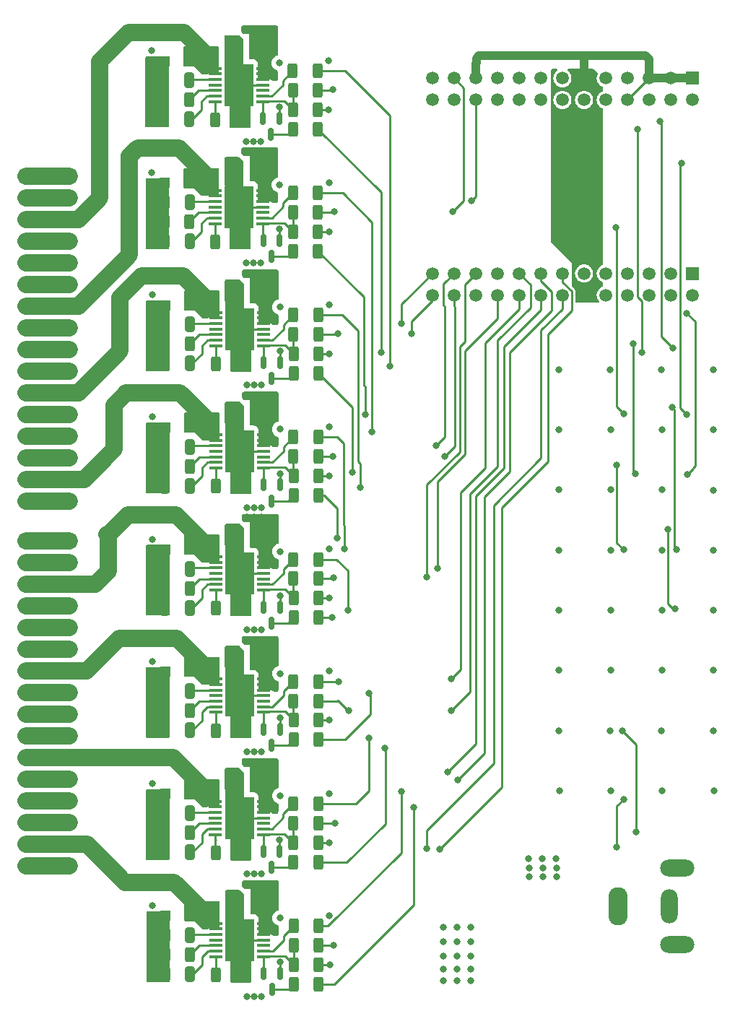
<source format=gbr>
%TF.GenerationSoftware,KiCad,Pcbnew,8.0.1*%
%TF.CreationDate,2024-08-26T16:05:16-04:00*%
%TF.ProjectId,16ch-driver-v1,31366368-2d64-4726-9976-65722d76312e,rev?*%
%TF.SameCoordinates,Original*%
%TF.FileFunction,Copper,L4,Bot*%
%TF.FilePolarity,Positive*%
%FSLAX46Y46*%
G04 Gerber Fmt 4.6, Leading zero omitted, Abs format (unit mm)*
G04 Created by KiCad (PCBNEW 8.0.1) date 2024-08-26 16:05:16*
%MOMM*%
%LPD*%
G01*
G04 APERTURE LIST*
G04 Aperture macros list*
%AMRoundRect*
0 Rectangle with rounded corners*
0 $1 Rounding radius*
0 $2 $3 $4 $5 $6 $7 $8 $9 X,Y pos of 4 corners*
0 Add a 4 corners polygon primitive as box body*
4,1,4,$2,$3,$4,$5,$6,$7,$8,$9,$2,$3,0*
0 Add four circle primitives for the rounded corners*
1,1,$1+$1,$2,$3*
1,1,$1+$1,$4,$5*
1,1,$1+$1,$6,$7*
1,1,$1+$1,$8,$9*
0 Add four rect primitives between the rounded corners*
20,1,$1+$1,$2,$3,$4,$5,0*
20,1,$1+$1,$4,$5,$6,$7,0*
20,1,$1+$1,$6,$7,$8,$9,0*
20,1,$1+$1,$8,$9,$2,$3,0*%
G04 Aperture macros list end*
%TA.AperFunction,ComponentPad*%
%ADD10R,1.508000X1.508000*%
%TD*%
%TA.AperFunction,ComponentPad*%
%ADD11C,1.508000*%
%TD*%
%TA.AperFunction,ComponentPad*%
%ADD12O,2.250000X4.500000*%
%TD*%
%TA.AperFunction,ComponentPad*%
%ADD13O,2.000000X4.000000*%
%TD*%
%TA.AperFunction,ComponentPad*%
%ADD14O,4.000000X2.000000*%
%TD*%
%TA.AperFunction,SMDPad,CuDef*%
%ADD15RoundRect,0.250000X0.312500X0.625000X-0.312500X0.625000X-0.312500X-0.625000X0.312500X-0.625000X0*%
%TD*%
%TA.AperFunction,SMDPad,CuDef*%
%ADD16RoundRect,0.150000X-0.150000X0.587500X-0.150000X-0.587500X0.150000X-0.587500X0.150000X0.587500X0*%
%TD*%
%TA.AperFunction,SMDPad,CuDef*%
%ADD17RoundRect,0.250000X0.325000X1.100000X-0.325000X1.100000X-0.325000X-1.100000X0.325000X-1.100000X0*%
%TD*%
%TA.AperFunction,SMDPad,CuDef*%
%ADD18RoundRect,0.250000X-0.325000X-0.650000X0.325000X-0.650000X0.325000X0.650000X-0.325000X0.650000X0*%
%TD*%
%TA.AperFunction,SMDPad,CuDef*%
%ADD19R,1.600000X0.300000*%
%TD*%
%TA.AperFunction,SMDPad,CuDef*%
%ADD20R,3.400000X5.000000*%
%TD*%
%TA.AperFunction,SMDPad,CuDef*%
%ADD21R,1.200000X1.200000*%
%TD*%
%TA.AperFunction,SMDPad,CuDef*%
%ADD22RoundRect,0.250000X-0.312500X-0.625000X0.312500X-0.625000X0.312500X0.625000X-0.312500X0.625000X0*%
%TD*%
%TA.AperFunction,ViaPad*%
%ADD23C,0.800000*%
%TD*%
%TA.AperFunction,Conductor*%
%ADD24C,0.250000*%
%TD*%
%TA.AperFunction,Conductor*%
%ADD25C,2.000000*%
%TD*%
%TA.AperFunction,Conductor*%
%ADD26C,1.000000*%
%TD*%
G04 APERTURE END LIST*
D10*
%TO.P,J3,1_A,1*%
%TO.N,/SpikeAndHoldDriverAndLEDs-1/DriveOut*%
X106637502Y-60639998D03*
%TO.P,J3,1_B,1*%
X101557503Y-60640002D03*
D11*
%TO.P,J3,2_A,2*%
%TO.N,GND*%
X106637502Y-63179998D03*
%TO.P,J3,2_B,2*%
X101557504Y-63179998D03*
%TO.P,J3,3_A,3*%
%TO.N,/SpikeAndHoldDriverAndLEDs-9/DriveOut*%
X106637506Y-65719997D03*
%TO.P,J3,3_B,3*%
X101557500Y-65719998D03*
%TO.P,J3,4_A,4*%
%TO.N,GND*%
X106637502Y-68259998D03*
%TO.P,J3,4_B,4*%
X101557505Y-68259999D03*
%TO.P,J3,5_A,5*%
%TO.N,/SpikeAndHoldDriverAndLEDs-2/DriveOut*%
X106637501Y-70799998D03*
%TO.P,J3,5_B,5*%
X101557502Y-70800000D03*
%TO.P,J3,6_A,6*%
%TO.N,GND*%
X106637506Y-73339997D03*
%TO.P,J3,6_B,6*%
X101557502Y-73339997D03*
%TO.P,J3,7_A,7*%
%TO.N,/SpikeAndHoldDriverAndLEDs-10/DriveOut*%
X106637502Y-75879998D03*
%TO.P,J3,7_B,7*%
X101557505Y-75879998D03*
%TO.P,J3,8_A,8*%
%TO.N,GND*%
X106637505Y-78420001D03*
%TO.P,J3,8_B,8*%
X101557498Y-78419999D03*
%TO.P,J3,9_A,9*%
%TO.N,/SpikeAndHoldDriverAndLEDs-3/DriveOut*%
X106637500Y-80960001D03*
%TO.P,J3,9_B,9*%
X101557502Y-80959998D03*
%TO.P,J3,10_A,10*%
%TO.N,GND*%
X106637498Y-83499998D03*
%TO.P,J3,10_B,10*%
X101557500Y-83499999D03*
%TO.P,J3,11_A,11*%
%TO.N,/SpikeAndHoldDriverAndLEDs-11/DriveOut*%
X106637502Y-86039998D03*
%TO.P,J3,11_B,11*%
X101557502Y-86039998D03*
%TO.P,J3,12_A,12*%
%TO.N,GND*%
X106637502Y-88579998D03*
%TO.P,J3,12_B,12*%
X101557506Y-88579999D03*
%TO.P,J3,13_A,13*%
%TO.N,/SpikeAndHoldDriverAndLEDs-4/DriveOut*%
X106637500Y-91119999D03*
%TO.P,J3,13_B,13*%
X101557502Y-91119998D03*
%TO.P,J3,14_A,14*%
%TO.N,GND*%
X106637502Y-93659999D03*
%TO.P,J3,14_B,14*%
X101557498Y-93659997D03*
%TO.P,J3,15_A,15*%
%TO.N,/SpikeAndHoldDriverAndLEDs-12/DriveOut*%
X106637502Y-96199998D03*
%TO.P,J3,15_B,15*%
X101557504Y-96199994D03*
%TO.P,J3,16_A,16*%
%TO.N,GND*%
X106637502Y-98739997D03*
%TO.P,J3,16_B,16*%
X101557505Y-98739998D03*
%TD*%
D12*
%TO.P,J1,1*%
%TO.N,/12V_IN*%
X170955086Y-146253591D03*
D13*
%TO.P,J1,2*%
%TO.N,GND*%
X176955086Y-146253591D03*
D14*
%TO.P,J1,S1,SHIELD*%
X177955085Y-141753590D03*
%TO.P,J1,S2,SHIELD*%
X177955086Y-150753591D03*
%TD*%
D10*
%TO.P,J4,1_A,1*%
%TO.N,/SpikeAndHoldDriverAndLEDs-5/DriveOut*%
X106662502Y-103439998D03*
%TO.P,J4,1_B,1*%
X101582503Y-103440002D03*
D11*
%TO.P,J4,2_A,2*%
%TO.N,GND*%
X106662502Y-105979998D03*
%TO.P,J4,2_B,2*%
X101582504Y-105979998D03*
%TO.P,J4,3_A,3*%
%TO.N,/SpikeAndHoldDriverAndLEDs-13/DriveOut*%
X106662506Y-108519997D03*
%TO.P,J4,3_B,3*%
X101582500Y-108519997D03*
%TO.P,J4,4_A,4*%
%TO.N,GND*%
X106662502Y-111059998D03*
%TO.P,J4,4_B,4*%
X101582505Y-111059999D03*
%TO.P,J4,5_A,5*%
%TO.N,/SpikeAndHoldDriverAndLEDs-6/DriveOut*%
X106662501Y-113599998D03*
%TO.P,J4,5_B,5*%
X101582502Y-113599999D03*
%TO.P,J4,6_A,6*%
%TO.N,GND*%
X106662506Y-116139997D03*
%TO.P,J4,6_B,6*%
X101582502Y-116139997D03*
%TO.P,J4,7_A,7*%
%TO.N,/SpikeAndHoldDriverAndLEDs-14/DriveOut*%
X106662502Y-118679998D03*
%TO.P,J4,7_B,7*%
X101582505Y-118679998D03*
%TO.P,J4,8_A,8*%
%TO.N,GND*%
X106662505Y-121220001D03*
%TO.P,J4,8_B,8*%
X101582498Y-121219999D03*
%TO.P,J4,9_A,9*%
%TO.N,/SpikeAndHoldDriverAndLEDs-7/DriveOut*%
X106662500Y-123760001D03*
%TO.P,J4,9_B,9*%
X101582502Y-123759998D03*
%TO.P,J4,10_A,10*%
%TO.N,GND*%
X106662498Y-126299998D03*
%TO.P,J4,10_B,10*%
X101582500Y-126299999D03*
%TO.P,J4,11_A,11*%
%TO.N,/SpikeAndHoldDriverAndLEDs-15/DriveOut*%
X106662502Y-128839998D03*
%TO.P,J4,11_B,11*%
X101582502Y-128839998D03*
%TO.P,J4,12_A,12*%
%TO.N,GND*%
X106662502Y-131379998D03*
%TO.P,J4,12_B,12*%
X101582506Y-131379999D03*
%TO.P,J4,13_A,13*%
%TO.N,/SpikeAndHoldDriverAndLEDs-8/DriveOut*%
X106662500Y-133919999D03*
%TO.P,J4,13_B,13*%
X101582502Y-133919998D03*
%TO.P,J4,14_A,14*%
%TO.N,GND*%
X106662502Y-136459999D03*
%TO.P,J4,14_B,14*%
X101582498Y-136459996D03*
%TO.P,J4,15_A,15*%
%TO.N,/SpikeAndHoldDriverAndLEDs-16/DriveOut*%
X106662502Y-138999998D03*
%TO.P,J4,15_B,15*%
X101582504Y-138999994D03*
%TO.P,J4,16_A,16*%
%TO.N,GND*%
X106662502Y-141539997D03*
%TO.P,J4,16_B,16*%
X101582505Y-141539998D03*
%TD*%
D10*
%TO.P,U18,CN2-1,V3V3*%
%TO.N,+3.3V*%
X179697061Y-49188985D03*
D11*
%TO.P,U18,CN2-2,GND*%
%TO.N,GND*%
X179697064Y-51728988D03*
%TO.P,U18,CN2-3,V3V3*%
%TO.N,+3.3V*%
X177157064Y-49188988D03*
%TO.P,U18,CN2-4,GND*%
%TO.N,GND*%
X177157065Y-51728987D03*
%TO.P,U18,CN2-5,V3V3*%
%TO.N,+3.3V*%
X174617064Y-49188983D03*
%TO.P,U18,CN2-6,GND*%
%TO.N,GND*%
X174617064Y-51728984D03*
%TO.P,U18,CN2-7,AD0*%
%TO.N,unconnected-(U18-AD0-PadCN2-7)*%
X172077066Y-49188983D03*
%TO.P,U18,CN2-8,RESET#*%
%TO.N,+3.3V*%
X172077064Y-51728987D03*
%TO.P,U18,CN2-9,AD2*%
%TO.N,unconnected-(U18-AD2-PadCN2-9)*%
X169537064Y-49188987D03*
%TO.P,U18,CN2-10,AD1*%
%TO.N,unconnected-(U18-AD1-PadCN2-10)*%
X169537064Y-51728986D03*
%TO.P,U18,CN2-11,VIO*%
%TO.N,+3.3V*%
X166997064Y-49188987D03*
%TO.P,U18,CN2-12,AD3*%
%TO.N,unconnected-(U18-AD3-PadCN2-12)*%
X166997064Y-51728987D03*
%TO.P,U18,CN2-13,AD5*%
%TO.N,unconnected-(U18-AD5-PadCN2-13)*%
X164457064Y-49188987D03*
%TO.P,U18,CN2-14,AD4*%
%TO.N,unconnected-(U18-AD4-PadCN2-14)*%
X164457064Y-51728987D03*
%TO.P,U18,CN2-15,AD7*%
%TO.N,unconnected-(U18-AD7-PadCN2-15)*%
X161917064Y-49188987D03*
%TO.P,U18,CN2-16,AD6*%
%TO.N,unconnected-(U18-AD6-PadCN2-16)*%
X161917064Y-51728987D03*
%TO.P,U18,CN2-17,BD1*%
%TO.N,unconnected-(U18-BD1-PadCN2-17)*%
X159377064Y-49188987D03*
%TO.P,U18,CN2-18,BD0*%
%TO.N,unconnected-(U18-BD0-PadCN2-18)*%
X159377064Y-51728987D03*
%TO.P,U18,CN2-19,BD3*%
%TO.N,unconnected-(U18-BD3-PadCN2-19)*%
X156837067Y-49188988D03*
%TO.P,U18,CN2-20,BD2*%
%TO.N,unconnected-(U18-BD2-PadCN2-20)*%
X156837064Y-51728987D03*
%TO.P,U18,CN2-21,VIO*%
%TO.N,+3.3V*%
X154297063Y-49188987D03*
%TO.P,U18,CN2-22,BD4*%
%TO.N,/SpikeAndHoldDriverAndLEDs-2/TTLInput*%
X154297064Y-51728987D03*
%TO.P,U18,CN2-23,BD6*%
%TO.N,/SpikeAndHoldDriverAndLEDs-10/TTLInput*%
X151757068Y-49188981D03*
%TO.P,U18,CN2-24,BD5*%
%TO.N,/SpikeAndHoldDriverAndLEDs-1/TTLInput*%
X151757060Y-51728985D03*
%TO.P,U18,CN2-25,SUSPEND#*%
%TO.N,unconnected-(U18-SUSPEND#-PadCN2-25)*%
X149217064Y-49188987D03*
%TO.P,U18,CN2-26,BD7*%
%TO.N,/SpikeAndHoldDriverAndLEDs-9/TTLInput*%
X149217064Y-51728987D03*
D10*
%TO.P,U18,CN3-1,VBUS*%
%TO.N,Net-(U18-VBUS)*%
X179697064Y-72078987D03*
D11*
%TO.P,U18,CN3-2,GND*%
%TO.N,unconnected-(U18-GND-PadCN3-2)*%
X179687070Y-74618982D03*
%TO.P,U18,CN3-3,VCC*%
%TO.N,Net-(U18-VBUS)*%
X177157064Y-72078987D03*
%TO.P,U18,CN3-4,GND*%
%TO.N,unconnected-(U18-GND-PadCN3-4)*%
X177157064Y-74618987D03*
%TO.P,U18,CN3-5,CS*%
%TO.N,unconnected-(U18-CS-PadCN3-5)*%
X174617068Y-72078989D03*
%TO.P,U18,CN3-6,CLK*%
%TO.N,unconnected-(U18-CLK-PadCN3-6)*%
X174617060Y-74618993D03*
%TO.P,U18,CN3-7,DATA*%
%TO.N,unconnected-(U18-DATA-PadCN3-7)*%
X172077064Y-72078987D03*
%TO.P,U18,CN3-8,PWREN#*%
%TO.N,unconnected-(U18-PWREN#-PadCN3-8)*%
X172077065Y-74618987D03*
%TO.P,U18,CN3-9,DD7*%
%TO.N,unconnected-(U18-DD7-PadCN3-9)*%
X169537064Y-72078987D03*
%TO.P,U18,CN3-10,DD6*%
%TO.N,unconnected-(U18-DD6-PadCN3-10)*%
X169537061Y-74618986D03*
%TO.P,U18,CN3-11,DD5*%
%TO.N,unconnected-(U18-DD5-PadCN3-11)*%
X166997064Y-72078987D03*
%TO.P,U18,CN3-12,VIO*%
%TO.N,+3.3V*%
X166997064Y-74618987D03*
%TO.P,U18,CN3-13,DD4*%
%TO.N,/SpikeAndHoldDriverAndLEDs-16/TTLInput*%
X164457064Y-72078987D03*
%TO.P,U18,CN3-14,DD3*%
%TO.N,/SpikeAndHoldDriverAndLEDs-8/TTLInput*%
X164457064Y-74618987D03*
%TO.P,U18,CN3-15,DD2*%
%TO.N,/SpikeAndHoldDriverAndLEDs-15/TTLInput*%
X161917064Y-72078987D03*
%TO.P,U18,CN3-16,DD1*%
%TO.N,/SpikeAndHoldDriverAndLEDs-7/TTLInput*%
X161917064Y-74618987D03*
%TO.P,U18,CN3-17,DD0*%
%TO.N,/SpikeAndHoldDriverAndLEDs-14/TTLInput*%
X159377064Y-72078987D03*
%TO.P,U18,CN3-18,CD7*%
%TO.N,/SpikeAndHoldDriverAndLEDs-6/TTLInput*%
X159377064Y-74618987D03*
%TO.P,U18,CN3-19,CD6*%
%TO.N,unconnected-(U18-CD6-PadCN3-19)*%
X156837064Y-72078988D03*
%TO.P,U18,CN3-20,CD5*%
%TO.N,/SpikeAndHoldDriverAndLEDs-5/TTLInput*%
X156837064Y-74618987D03*
%TO.P,U18,CN3-21,CD4*%
%TO.N,/SpikeAndHoldDriverAndLEDs-13/TTLInput*%
X154297064Y-72078987D03*
%TO.P,U18,CN3-22,VIO*%
%TO.N,+3.3V*%
X154297062Y-74618991D03*
%TO.P,U18,CN3-23,CD3*%
%TO.N,/SpikeAndHoldDriverAndLEDs-4/TTLInput*%
X151757064Y-72078990D03*
%TO.P,U18,CN3-24,CD2*%
%TO.N,/SpikeAndHoldDriverAndLEDs-12/TTLInput*%
X151757064Y-74618991D03*
%TO.P,U18,CN3-25,CD1*%
%TO.N,/SpikeAndHoldDriverAndLEDs-3/TTLInput*%
X149217063Y-72078987D03*
%TO.P,U18,CN3-26,CD0*%
%TO.N,/SpikeAndHoldDriverAndLEDs-11/TTLInput*%
X149217064Y-74618986D03*
%TD*%
D15*
%TO.P,R78,1*%
%TO.N,Net-(D39-K)*%
X135830000Y-105595000D03*
%TO.P,R78,2*%
%TO.N,Net-(U13-STATUS_OK_FLAG)*%
X132905004Y-105594998D03*
%TD*%
%TO.P,R55,1*%
%TO.N,Net-(D29-K)*%
X135800000Y-69460000D03*
%TO.P,R55,2*%
%TO.N,Net-(Q10-D)*%
X132875004Y-69459998D03*
%TD*%
%TO.P,R67,1*%
%TO.N,Net-(D35-K)*%
X135850000Y-98110000D03*
%TO.P,R67,2*%
%TO.N,Net-(Q12-D)*%
X132925004Y-98109998D03*
%TD*%
D16*
%TO.P,Q9,1,G*%
%TO.N,Net-(Q9-G)*%
X129342503Y-53925001D03*
%TO.P,Q9,2,S*%
%TO.N,GND*%
X131242504Y-53925001D03*
%TO.P,Q9,3,D*%
%TO.N,Net-(Q9-D)*%
X130292500Y-55799998D03*
%TD*%
D15*
%TO.P,R60,1*%
%TO.N,Net-(D30-K)*%
X135780000Y-62620000D03*
%TO.P,R60,2*%
%TO.N,Net-(U10-STATUS_OK_FLAG)*%
X132855004Y-62619998D03*
%TD*%
D17*
%TO.P,C38,1*%
%TO.N,+12V*%
X128417503Y-102749997D03*
%TO.P,C38,2*%
%TO.N,GND*%
X125467501Y-102750001D03*
%TD*%
%TO.P,C32,1*%
%TO.N,+12V*%
X128417503Y-74099997D03*
%TO.P,C32,2*%
%TO.N,GND*%
X125467501Y-74100001D03*
%TD*%
D18*
%TO.P,C27,1*%
%TO.N,GND*%
X117757501Y-54022501D03*
%TO.P,C27,2*%
%TO.N,Net-(U9-DELAY_ADJ)*%
X120707503Y-54022497D03*
%TD*%
D16*
%TO.P,Q16,1,G*%
%TO.N,Net-(Q16-G)*%
X129448502Y-154157501D03*
%TO.P,Q16,2,S*%
%TO.N,GND*%
X131348503Y-154157501D03*
%TO.P,Q16,3,D*%
%TO.N,Net-(Q16-D)*%
X130398499Y-156032498D03*
%TD*%
D15*
%TO.P,R70,1*%
%TO.N,GND*%
X135848801Y-95808300D03*
%TO.P,R70,2*%
%TO.N,Net-(Q12-G)*%
X132923805Y-95808298D03*
%TD*%
D17*
%TO.P,C35,1*%
%TO.N,+12V*%
X128417503Y-88424997D03*
%TO.P,C35,2*%
%TO.N,GND*%
X125467501Y-88425001D03*
%TD*%
D15*
%TO.P,R57,1*%
%TO.N,/SpikeAndHoldDriverAndLEDs-10/TTLInput*%
X135796501Y-64900000D03*
%TO.P,R57,2*%
%TO.N,Net-(Q10-G)*%
X132871505Y-64899998D03*
%TD*%
D19*
%TO.P,U12,1,DUTY_CYCLE_ADJ*%
%TO.N,Net-(U12-DUTY_CYCLE_ADJ)*%
X123786503Y-94879999D03*
%TO.P,U12,2,DELAY_ADJ*%
%TO.N,Net-(U12-DELAY_ADJ)*%
X123786503Y-94229999D03*
%TO.P,U12,3,OSC_FREQ_ADJ*%
%TO.N,Net-(U12-OSC_FREQ_ADJ)*%
X123786503Y-93579999D03*
%TO.P,U12,4,MASTER*%
%TO.N,unconnected-(U12-MASTER-Pad4)*%
X123786503Y-92929999D03*
%TO.P,U12,5,BOOT*%
%TO.N,Net-(U12-BOOT)*%
X123786503Y-92279999D03*
%TO.P,U12,6,OUT1*%
%TO.N,/SpikeAndHoldDriverAndLEDs-12/DriveOut*%
X123786503Y-91629999D03*
%TO.P,U12,7,OUT2*%
X123786503Y-90979999D03*
%TO.P,U12,8,VPS2*%
%TO.N,+12V*%
X129386503Y-90979999D03*
%TO.P,U12,9,VPS1*%
X129386503Y-91629999D03*
%TO.P,U12,10,+VS*%
X129386503Y-92279999D03*
%TO.P,U12,11,GND*%
%TO.N,GND*%
X129386503Y-92929999D03*
%TO.P,U12,12,SYNC*%
%TO.N,unconnected-(U12-SYNC-Pad12)*%
X129386503Y-93579999D03*
%TO.P,U12,13,STATUS_OK_FLAG*%
%TO.N,Net-(U12-STATUS_OK_FLAG)*%
X129386503Y-94229999D03*
%TO.P,U12,14,INPUT*%
%TO.N,Net-(Q12-G)*%
X129386503Y-94879999D03*
D20*
%TO.P,U12,15,EPAD*%
%TO.N,GND*%
X126586503Y-92929999D03*
%TD*%
D15*
%TO.P,R92,1*%
%TO.N,GND*%
X126750999Y-154305000D03*
%TO.P,R92,2*%
%TO.N,Net-(U16-DUTY_CYCLE_ADJ)*%
X123826003Y-154304998D03*
%TD*%
%TO.P,R76,1*%
%TO.N,GND*%
X135848801Y-110133300D03*
%TO.P,R76,2*%
%TO.N,Net-(Q13-G)*%
X132923805Y-110133298D03*
%TD*%
%TO.P,R90,1*%
%TO.N,Net-(D45-K)*%
X135818497Y-134250001D03*
%TO.P,R90,2*%
%TO.N,Net-(U15-STATUS_OK_FLAG)*%
X132893501Y-134249999D03*
%TD*%
D18*
%TO.P,C49,1*%
%TO.N,GND*%
X117863500Y-149685001D03*
%TO.P,C49,2*%
%TO.N,Net-(U16-BOOT)*%
X120813502Y-149684997D03*
%TD*%
%TO.P,C39,1*%
%TO.N,GND*%
X117832501Y-111285001D03*
%TO.P,C39,2*%
%TO.N,Net-(U13-DELAY_ADJ)*%
X120782503Y-111284997D03*
%TD*%
D15*
%TO.P,R74,1*%
%TO.N,GND*%
X126720000Y-111335000D03*
%TO.P,R74,2*%
%TO.N,Net-(U13-DUTY_CYCLE_ADJ)*%
X123795004Y-111334998D03*
%TD*%
%TO.P,R63,1*%
%TO.N,/SpikeAndHoldDriverAndLEDs-11/TTLInput*%
X135846501Y-79225000D03*
%TO.P,R63,2*%
%TO.N,Net-(Q11-G)*%
X132921505Y-79224998D03*
%TD*%
D16*
%TO.P,Q15,1,G*%
%TO.N,Net-(Q15-G)*%
X129406000Y-139842502D03*
%TO.P,Q15,2,S*%
%TO.N,GND*%
X131306001Y-139842502D03*
%TO.P,Q15,3,D*%
%TO.N,Net-(Q15-D)*%
X130355997Y-141717499D03*
%TD*%
D15*
%TO.P,R62,1*%
%TO.N,GND*%
X126720000Y-82685000D03*
%TO.P,R62,2*%
%TO.N,Net-(U11-DUTY_CYCLE_ADJ)*%
X123795004Y-82684998D03*
%TD*%
D21*
%TO.P,D28,1,K*%
%TO.N,/SpikeAndHoldDriverAndLEDs-10/DriveOut*%
X120645002Y-61469999D03*
%TO.P,D28,2,A*%
%TO.N,GND*%
X117845002Y-61469999D03*
%TD*%
D19*
%TO.P,U13,1,DUTY_CYCLE_ADJ*%
%TO.N,Net-(U13-DUTY_CYCLE_ADJ)*%
X123786503Y-109204999D03*
%TO.P,U13,2,DELAY_ADJ*%
%TO.N,Net-(U13-DELAY_ADJ)*%
X123786503Y-108554999D03*
%TO.P,U13,3,OSC_FREQ_ADJ*%
%TO.N,Net-(U13-OSC_FREQ_ADJ)*%
X123786503Y-107904999D03*
%TO.P,U13,4,MASTER*%
%TO.N,unconnected-(U13-MASTER-Pad4)*%
X123786503Y-107254999D03*
%TO.P,U13,5,BOOT*%
%TO.N,Net-(U13-BOOT)*%
X123786503Y-106604999D03*
%TO.P,U13,6,OUT1*%
%TO.N,/SpikeAndHoldDriverAndLEDs-13/DriveOut*%
X123786503Y-105954999D03*
%TO.P,U13,7,OUT2*%
X123786503Y-105304999D03*
%TO.P,U13,8,VPS2*%
%TO.N,+12V*%
X129386503Y-105304999D03*
%TO.P,U13,9,VPS1*%
X129386503Y-105954999D03*
%TO.P,U13,10,+VS*%
X129386503Y-106604999D03*
%TO.P,U13,11,GND*%
%TO.N,GND*%
X129386503Y-107254999D03*
%TO.P,U13,12,SYNC*%
%TO.N,unconnected-(U13-SYNC-Pad12)*%
X129386503Y-107904999D03*
%TO.P,U13,13,STATUS_OK_FLAG*%
%TO.N,Net-(U13-STATUS_OK_FLAG)*%
X129386503Y-108554999D03*
%TO.P,U13,14,INPUT*%
%TO.N,Net-(Q13-G)*%
X129386503Y-109204999D03*
D20*
%TO.P,U13,15,EPAD*%
%TO.N,GND*%
X126586503Y-107254999D03*
%TD*%
D18*
%TO.P,C30,1*%
%TO.N,GND*%
X117782501Y-68310001D03*
%TO.P,C30,2*%
%TO.N,Net-(U10-DELAY_ADJ)*%
X120732503Y-68309997D03*
%TD*%
D21*
%TO.P,D25,1,K*%
%TO.N,/SpikeAndHoldDriverAndLEDs-9/DriveOut*%
X120620002Y-47182499D03*
%TO.P,D25,2,A*%
%TO.N,GND*%
X117820002Y-47182499D03*
%TD*%
D15*
%TO.P,R69,1*%
%TO.N,/SpikeAndHoldDriverAndLEDs-12/TTLInput*%
X135846501Y-93550000D03*
%TO.P,R69,2*%
%TO.N,Net-(Q12-G)*%
X132921505Y-93549998D03*
%TD*%
%TO.P,R61,1*%
%TO.N,Net-(D32-K)*%
X135850000Y-83785000D03*
%TO.P,R61,2*%
%TO.N,Net-(Q11-D)*%
X132925004Y-83784998D03*
%TD*%
%TO.P,R68,1*%
%TO.N,GND*%
X126720000Y-97010000D03*
%TO.P,R68,2*%
%TO.N,Net-(U12-DUTY_CYCLE_ADJ)*%
X123795004Y-97009998D03*
%TD*%
D17*
%TO.P,C29,1*%
%TO.N,+12V*%
X128367503Y-59774997D03*
%TO.P,C29,2*%
%TO.N,GND*%
X125417501Y-59775001D03*
%TD*%
D15*
%TO.P,R94,1*%
%TO.N,GND*%
X135879800Y-153103300D03*
%TO.P,R94,2*%
%TO.N,Net-(Q16-G)*%
X132954804Y-153103298D03*
%TD*%
%TO.P,R85,1*%
%TO.N,Net-(D44-K)*%
X135838497Y-141090001D03*
%TO.P,R85,2*%
%TO.N,Net-(Q15-D)*%
X132913501Y-141089999D03*
%TD*%
%TO.P,R64,1*%
%TO.N,GND*%
X135848801Y-81483300D03*
%TO.P,R64,2*%
%TO.N,Net-(Q11-G)*%
X132923805Y-81483298D03*
%TD*%
D22*
%TO.P,R59,1*%
%TO.N,GND*%
X117786505Y-66029998D03*
%TO.P,R59,2*%
%TO.N,Net-(U10-OSC_FREQ_ADJ)*%
X120711501Y-66030000D03*
%TD*%
D15*
%TO.P,R84,1*%
%TO.N,Net-(D42-K)*%
X135830000Y-119920000D03*
%TO.P,R84,2*%
%TO.N,Net-(U14-STATUS_OK_FLAG)*%
X132905004Y-119919998D03*
%TD*%
%TO.P,R54,1*%
%TO.N,Net-(D27-K)*%
X135755000Y-48332500D03*
%TO.P,R54,2*%
%TO.N,Net-(U9-STATUS_OK_FLAG)*%
X132830004Y-48332498D03*
%TD*%
D18*
%TO.P,C40,1*%
%TO.N,GND*%
X117832501Y-106715001D03*
%TO.P,C40,2*%
%TO.N,Net-(U13-BOOT)*%
X120782503Y-106714997D03*
%TD*%
D21*
%TO.P,D37,1,K*%
%TO.N,/SpikeAndHoldDriverAndLEDs-13/DriveOut*%
X120695002Y-104444999D03*
%TO.P,D37,2,A*%
%TO.N,GND*%
X117895002Y-104444999D03*
%TD*%
D15*
%TO.P,R49,1*%
%TO.N,Net-(D26-K)*%
X135775000Y-55172500D03*
%TO.P,R49,2*%
%TO.N,Net-(Q9-D)*%
X132850004Y-55172498D03*
%TD*%
D19*
%TO.P,U9,1,DUTY_CYCLE_ADJ*%
%TO.N,Net-(U9-DUTY_CYCLE_ADJ)*%
X123711503Y-51942499D03*
%TO.P,U9,2,DELAY_ADJ*%
%TO.N,Net-(U9-DELAY_ADJ)*%
X123711503Y-51292499D03*
%TO.P,U9,3,OSC_FREQ_ADJ*%
%TO.N,Net-(U9-OSC_FREQ_ADJ)*%
X123711503Y-50642499D03*
%TO.P,U9,4,MASTER*%
%TO.N,unconnected-(U9-MASTER-Pad4)*%
X123711503Y-49992499D03*
%TO.P,U9,5,BOOT*%
%TO.N,Net-(U9-BOOT)*%
X123711503Y-49342499D03*
%TO.P,U9,6,OUT1*%
%TO.N,/SpikeAndHoldDriverAndLEDs-9/DriveOut*%
X123711503Y-48692499D03*
%TO.P,U9,7,OUT2*%
X123711503Y-48042499D03*
%TO.P,U9,8,VPS2*%
%TO.N,+12V*%
X129311503Y-48042499D03*
%TO.P,U9,9,VPS1*%
X129311503Y-48692499D03*
%TO.P,U9,10,+VS*%
X129311503Y-49342499D03*
%TO.P,U9,11,GND*%
%TO.N,GND*%
X129311503Y-49992499D03*
%TO.P,U9,12,SYNC*%
%TO.N,unconnected-(U9-SYNC-Pad12)*%
X129311503Y-50642499D03*
%TO.P,U9,13,STATUS_OK_FLAG*%
%TO.N,Net-(U9-STATUS_OK_FLAG)*%
X129311503Y-51292499D03*
%TO.P,U9,14,INPUT*%
%TO.N,Net-(Q9-G)*%
X129311503Y-51942499D03*
D20*
%TO.P,U9,15,EPAD*%
%TO.N,GND*%
X126511503Y-49992499D03*
%TD*%
D15*
%TO.P,R50,1*%
%TO.N,GND*%
X126645000Y-54072500D03*
%TO.P,R50,2*%
%TO.N,Net-(U9-DUTY_CYCLE_ADJ)*%
X123720004Y-54072498D03*
%TD*%
%TO.P,R73,1*%
%TO.N,Net-(D38-K)*%
X135850000Y-112435000D03*
%TO.P,R73,2*%
%TO.N,Net-(Q13-D)*%
X132925004Y-112434998D03*
%TD*%
D16*
%TO.P,Q10,1,G*%
%TO.N,Net-(Q10-G)*%
X129367503Y-68212501D03*
%TO.P,Q10,2,S*%
%TO.N,GND*%
X131267504Y-68212501D03*
%TO.P,Q10,3,D*%
%TO.N,Net-(Q10-D)*%
X130317500Y-70087498D03*
%TD*%
D17*
%TO.P,C26,1*%
%TO.N,+12V*%
X128342503Y-45487497D03*
%TO.P,C26,2*%
%TO.N,GND*%
X125392501Y-45487501D03*
%TD*%
D21*
%TO.P,D34,1,K*%
%TO.N,/SpikeAndHoldDriverAndLEDs-12/DriveOut*%
X120695002Y-90119999D03*
%TO.P,D34,2,A*%
%TO.N,GND*%
X117895002Y-90119999D03*
%TD*%
D15*
%TO.P,R72,1*%
%TO.N,Net-(D36-K)*%
X135830000Y-91270000D03*
%TO.P,R72,2*%
%TO.N,Net-(U12-STATUS_OK_FLAG)*%
X132905004Y-91269998D03*
%TD*%
D18*
%TO.P,C45,1*%
%TO.N,GND*%
X117820998Y-139940002D03*
%TO.P,C45,2*%
%TO.N,Net-(U15-DELAY_ADJ)*%
X120771000Y-139939998D03*
%TD*%
%TO.P,C37,1*%
%TO.N,GND*%
X117832501Y-92390001D03*
%TO.P,C37,2*%
%TO.N,Net-(U12-BOOT)*%
X120782503Y-92389997D03*
%TD*%
D15*
%TO.P,R66,1*%
%TO.N,Net-(D33-K)*%
X135830000Y-76945000D03*
%TO.P,R66,2*%
%TO.N,Net-(U11-STATUS_OK_FLAG)*%
X132905004Y-76944998D03*
%TD*%
D18*
%TO.P,C31,1*%
%TO.N,GND*%
X117782501Y-63740001D03*
%TO.P,C31,2*%
%TO.N,Net-(U10-BOOT)*%
X120732503Y-63739997D03*
%TD*%
D15*
%TO.P,R96,1*%
%TO.N,Net-(D48-K)*%
X135860999Y-148565000D03*
%TO.P,R96,2*%
%TO.N,Net-(U16-STATUS_OK_FLAG)*%
X132936003Y-148564998D03*
%TD*%
D18*
%TO.P,C43,1*%
%TO.N,GND*%
X117832501Y-121040001D03*
%TO.P,C43,2*%
%TO.N,Net-(U14-BOOT)*%
X120782503Y-121039997D03*
%TD*%
%TO.P,C46,1*%
%TO.N,GND*%
X117820998Y-135370002D03*
%TO.P,C46,2*%
%TO.N,Net-(U15-BOOT)*%
X120771000Y-135369998D03*
%TD*%
D22*
%TO.P,R71,1*%
%TO.N,GND*%
X117836505Y-94679998D03*
%TO.P,R71,2*%
%TO.N,Net-(U12-OSC_FREQ_ADJ)*%
X120761501Y-94680000D03*
%TD*%
D15*
%TO.P,R75,1*%
%TO.N,/SpikeAndHoldDriverAndLEDs-13/TTLInput*%
X135846501Y-107875000D03*
%TO.P,R75,2*%
%TO.N,Net-(Q13-G)*%
X132921505Y-107874998D03*
%TD*%
D21*
%TO.P,D40,1,K*%
%TO.N,/SpikeAndHoldDriverAndLEDs-14/DriveOut*%
X120695002Y-118769999D03*
%TO.P,D40,2,A*%
%TO.N,GND*%
X117895002Y-118769999D03*
%TD*%
D19*
%TO.P,U16,1,DUTY_CYCLE_ADJ*%
%TO.N,Net-(U16-DUTY_CYCLE_ADJ)*%
X123817502Y-152174999D03*
%TO.P,U16,2,DELAY_ADJ*%
%TO.N,Net-(U16-DELAY_ADJ)*%
X123817502Y-151524999D03*
%TO.P,U16,3,OSC_FREQ_ADJ*%
%TO.N,Net-(U16-OSC_FREQ_ADJ)*%
X123817502Y-150874999D03*
%TO.P,U16,4,MASTER*%
%TO.N,unconnected-(U16-MASTER-Pad4)*%
X123817502Y-150224999D03*
%TO.P,U16,5,BOOT*%
%TO.N,Net-(U16-BOOT)*%
X123817502Y-149574999D03*
%TO.P,U16,6,OUT1*%
%TO.N,/SpikeAndHoldDriverAndLEDs-16/DriveOut*%
X123817502Y-148924999D03*
%TO.P,U16,7,OUT2*%
X123817502Y-148274999D03*
%TO.P,U16,8,VPS2*%
%TO.N,+12V*%
X129417502Y-148274999D03*
%TO.P,U16,9,VPS1*%
X129417502Y-148924999D03*
%TO.P,U16,10,+VS*%
X129417502Y-149574999D03*
%TO.P,U16,11,GND*%
%TO.N,GND*%
X129417502Y-150224999D03*
%TO.P,U16,12,SYNC*%
%TO.N,unconnected-(U16-SYNC-Pad12)*%
X129417502Y-150874999D03*
%TO.P,U16,13,STATUS_OK_FLAG*%
%TO.N,Net-(U16-STATUS_OK_FLAG)*%
X129417502Y-151524999D03*
%TO.P,U16,14,INPUT*%
%TO.N,Net-(Q16-G)*%
X129417502Y-152174999D03*
D20*
%TO.P,U16,15,EPAD*%
%TO.N,GND*%
X126617502Y-150224999D03*
%TD*%
D17*
%TO.P,C41,1*%
%TO.N,+12V*%
X128417503Y-117074997D03*
%TO.P,C41,2*%
%TO.N,GND*%
X125467501Y-117075001D03*
%TD*%
D15*
%TO.P,R93,1*%
%TO.N,/SpikeAndHoldDriverAndLEDs-16/TTLInput*%
X135877500Y-150845000D03*
%TO.P,R93,2*%
%TO.N,Net-(Q16-G)*%
X132952504Y-150844998D03*
%TD*%
D19*
%TO.P,U10,1,DUTY_CYCLE_ADJ*%
%TO.N,Net-(U10-DUTY_CYCLE_ADJ)*%
X123736503Y-66229999D03*
%TO.P,U10,2,DELAY_ADJ*%
%TO.N,Net-(U10-DELAY_ADJ)*%
X123736503Y-65579999D03*
%TO.P,U10,3,OSC_FREQ_ADJ*%
%TO.N,Net-(U10-OSC_FREQ_ADJ)*%
X123736503Y-64929999D03*
%TO.P,U10,4,MASTER*%
%TO.N,unconnected-(U10-MASTER-Pad4)*%
X123736503Y-64279999D03*
%TO.P,U10,5,BOOT*%
%TO.N,Net-(U10-BOOT)*%
X123736503Y-63629999D03*
%TO.P,U10,6,OUT1*%
%TO.N,/SpikeAndHoldDriverAndLEDs-10/DriveOut*%
X123736503Y-62979999D03*
%TO.P,U10,7,OUT2*%
X123736503Y-62329999D03*
%TO.P,U10,8,VPS2*%
%TO.N,+12V*%
X129336503Y-62329999D03*
%TO.P,U10,9,VPS1*%
X129336503Y-62979999D03*
%TO.P,U10,10,+VS*%
X129336503Y-63629999D03*
%TO.P,U10,11,GND*%
%TO.N,GND*%
X129336503Y-64279999D03*
%TO.P,U10,12,SYNC*%
%TO.N,unconnected-(U10-SYNC-Pad12)*%
X129336503Y-64929999D03*
%TO.P,U10,13,STATUS_OK_FLAG*%
%TO.N,Net-(U10-STATUS_OK_FLAG)*%
X129336503Y-65579999D03*
%TO.P,U10,14,INPUT*%
%TO.N,Net-(Q10-G)*%
X129336503Y-66229999D03*
D20*
%TO.P,U10,15,EPAD*%
%TO.N,GND*%
X126536503Y-64279999D03*
%TD*%
D15*
%TO.P,R51,1*%
%TO.N,/SpikeAndHoldDriverAndLEDs-9/TTLInput*%
X135771501Y-50612500D03*
%TO.P,R51,2*%
%TO.N,Net-(Q9-G)*%
X132846505Y-50612498D03*
%TD*%
D22*
%TO.P,R77,1*%
%TO.N,GND*%
X117836505Y-109004998D03*
%TO.P,R77,2*%
%TO.N,Net-(U13-OSC_FREQ_ADJ)*%
X120761501Y-109005000D03*
%TD*%
D21*
%TO.P,D43,1,K*%
%TO.N,/SpikeAndHoldDriverAndLEDs-15/DriveOut*%
X120683499Y-133100000D03*
%TO.P,D43,2,A*%
%TO.N,GND*%
X117883499Y-133100000D03*
%TD*%
D18*
%TO.P,C42,1*%
%TO.N,GND*%
X117832501Y-125610001D03*
%TO.P,C42,2*%
%TO.N,Net-(U14-DELAY_ADJ)*%
X120782503Y-125609997D03*
%TD*%
%TO.P,C36,1*%
%TO.N,GND*%
X117832501Y-96960001D03*
%TO.P,C36,2*%
%TO.N,Net-(U12-DELAY_ADJ)*%
X120782503Y-96959997D03*
%TD*%
D17*
%TO.P,C47,1*%
%TO.N,+12V*%
X128448502Y-145719997D03*
%TO.P,C47,2*%
%TO.N,GND*%
X125498500Y-145720001D03*
%TD*%
D18*
%TO.P,C34,1*%
%TO.N,GND*%
X117832501Y-78065001D03*
%TO.P,C34,2*%
%TO.N,Net-(U11-BOOT)*%
X120782503Y-78064997D03*
%TD*%
D15*
%TO.P,R91,1*%
%TO.N,Net-(D47-K)*%
X135880999Y-155405000D03*
%TO.P,R91,2*%
%TO.N,Net-(Q16-D)*%
X132956003Y-155404998D03*
%TD*%
D19*
%TO.P,U14,1,DUTY_CYCLE_ADJ*%
%TO.N,Net-(U14-DUTY_CYCLE_ADJ)*%
X123786503Y-123529999D03*
%TO.P,U14,2,DELAY_ADJ*%
%TO.N,Net-(U14-DELAY_ADJ)*%
X123786503Y-122879999D03*
%TO.P,U14,3,OSC_FREQ_ADJ*%
%TO.N,Net-(U14-OSC_FREQ_ADJ)*%
X123786503Y-122229999D03*
%TO.P,U14,4,MASTER*%
%TO.N,unconnected-(U14-MASTER-Pad4)*%
X123786503Y-121579999D03*
%TO.P,U14,5,BOOT*%
%TO.N,Net-(U14-BOOT)*%
X123786503Y-120929999D03*
%TO.P,U14,6,OUT1*%
%TO.N,/SpikeAndHoldDriverAndLEDs-14/DriveOut*%
X123786503Y-120279999D03*
%TO.P,U14,7,OUT2*%
X123786503Y-119629999D03*
%TO.P,U14,8,VPS2*%
%TO.N,+12V*%
X129386503Y-119629999D03*
%TO.P,U14,9,VPS1*%
X129386503Y-120279999D03*
%TO.P,U14,10,+VS*%
X129386503Y-120929999D03*
%TO.P,U14,11,GND*%
%TO.N,GND*%
X129386503Y-121579999D03*
%TO.P,U14,12,SYNC*%
%TO.N,unconnected-(U14-SYNC-Pad12)*%
X129386503Y-122229999D03*
%TO.P,U14,13,STATUS_OK_FLAG*%
%TO.N,Net-(U14-STATUS_OK_FLAG)*%
X129386503Y-122879999D03*
%TO.P,U14,14,INPUT*%
%TO.N,Net-(Q14-G)*%
X129386503Y-123529999D03*
D20*
%TO.P,U14,15,EPAD*%
%TO.N,GND*%
X126586503Y-121579999D03*
%TD*%
D15*
%TO.P,R58,1*%
%TO.N,GND*%
X135798801Y-67158300D03*
%TO.P,R58,2*%
%TO.N,Net-(Q10-G)*%
X132873805Y-67158298D03*
%TD*%
D22*
%TO.P,R65,1*%
%TO.N,GND*%
X117836505Y-80354998D03*
%TO.P,R65,2*%
%TO.N,Net-(U11-OSC_FREQ_ADJ)*%
X120761501Y-80355000D03*
%TD*%
D16*
%TO.P,Q11,1,G*%
%TO.N,Net-(Q11-G)*%
X129417503Y-82537501D03*
%TO.P,Q11,2,S*%
%TO.N,GND*%
X131317504Y-82537501D03*
%TO.P,Q11,3,D*%
%TO.N,Net-(Q11-D)*%
X130367500Y-84412498D03*
%TD*%
%TO.P,Q14,1,G*%
%TO.N,Net-(Q14-G)*%
X129417503Y-125512501D03*
%TO.P,Q14,2,S*%
%TO.N,GND*%
X131317504Y-125512501D03*
%TO.P,Q14,3,D*%
%TO.N,Net-(Q14-D)*%
X130367500Y-127387498D03*
%TD*%
D22*
%TO.P,R89,1*%
%TO.N,GND*%
X117825002Y-137659999D03*
%TO.P,R89,2*%
%TO.N,Net-(U15-OSC_FREQ_ADJ)*%
X120749998Y-137660001D03*
%TD*%
D15*
%TO.P,R80,1*%
%TO.N,GND*%
X126720000Y-125660000D03*
%TO.P,R80,2*%
%TO.N,Net-(U14-DUTY_CYCLE_ADJ)*%
X123795004Y-125659998D03*
%TD*%
D18*
%TO.P,C28,1*%
%TO.N,GND*%
X117757501Y-49452501D03*
%TO.P,C28,2*%
%TO.N,Net-(U9-BOOT)*%
X120707503Y-49452497D03*
%TD*%
D19*
%TO.P,U15,1,DUTY_CYCLE_ADJ*%
%TO.N,Net-(U15-DUTY_CYCLE_ADJ)*%
X123775000Y-137860000D03*
%TO.P,U15,2,DELAY_ADJ*%
%TO.N,Net-(U15-DELAY_ADJ)*%
X123775000Y-137210000D03*
%TO.P,U15,3,OSC_FREQ_ADJ*%
%TO.N,Net-(U15-OSC_FREQ_ADJ)*%
X123775000Y-136560000D03*
%TO.P,U15,4,MASTER*%
%TO.N,unconnected-(U15-MASTER-Pad4)*%
X123775000Y-135910000D03*
%TO.P,U15,5,BOOT*%
%TO.N,Net-(U15-BOOT)*%
X123775000Y-135260000D03*
%TO.P,U15,6,OUT1*%
%TO.N,/SpikeAndHoldDriverAndLEDs-15/DriveOut*%
X123775000Y-134610000D03*
%TO.P,U15,7,OUT2*%
X123775000Y-133960000D03*
%TO.P,U15,8,VPS2*%
%TO.N,+12V*%
X129375000Y-133960000D03*
%TO.P,U15,9,VPS1*%
X129375000Y-134610000D03*
%TO.P,U15,10,+VS*%
X129375000Y-135260000D03*
%TO.P,U15,11,GND*%
%TO.N,GND*%
X129375000Y-135910000D03*
%TO.P,U15,12,SYNC*%
%TO.N,unconnected-(U15-SYNC-Pad12)*%
X129375000Y-136560000D03*
%TO.P,U15,13,STATUS_OK_FLAG*%
%TO.N,Net-(U15-STATUS_OK_FLAG)*%
X129375000Y-137210000D03*
%TO.P,U15,14,INPUT*%
%TO.N,Net-(Q15-G)*%
X129375000Y-137860000D03*
D20*
%TO.P,U15,15,EPAD*%
%TO.N,GND*%
X126575000Y-135910000D03*
%TD*%
D21*
%TO.P,D46,1,K*%
%TO.N,/SpikeAndHoldDriverAndLEDs-16/DriveOut*%
X120726001Y-147414999D03*
%TO.P,D46,2,A*%
%TO.N,GND*%
X117926001Y-147414999D03*
%TD*%
D15*
%TO.P,R81,1*%
%TO.N,/SpikeAndHoldDriverAndLEDs-14/TTLInput*%
X135846501Y-122200000D03*
%TO.P,R81,2*%
%TO.N,Net-(Q14-G)*%
X132921505Y-122199998D03*
%TD*%
%TO.P,R52,1*%
%TO.N,GND*%
X135773801Y-52870800D03*
%TO.P,R52,2*%
%TO.N,Net-(Q9-G)*%
X132848805Y-52870798D03*
%TD*%
%TO.P,R56,1*%
%TO.N,GND*%
X126670000Y-68360000D03*
%TO.P,R56,2*%
%TO.N,Net-(U10-DUTY_CYCLE_ADJ)*%
X123745004Y-68359998D03*
%TD*%
%TO.P,R82,1*%
%TO.N,GND*%
X135848801Y-124458300D03*
%TO.P,R82,2*%
%TO.N,Net-(Q14-G)*%
X132923805Y-124458298D03*
%TD*%
D22*
%TO.P,R95,1*%
%TO.N,GND*%
X117867504Y-151974998D03*
%TO.P,R95,2*%
%TO.N,Net-(U16-OSC_FREQ_ADJ)*%
X120792500Y-151975000D03*
%TD*%
D15*
%TO.P,R79,1*%
%TO.N,Net-(D41-K)*%
X135850000Y-126760000D03*
%TO.P,R79,2*%
%TO.N,Net-(Q14-D)*%
X132925004Y-126759998D03*
%TD*%
D17*
%TO.P,C44,1*%
%TO.N,+12V*%
X128406000Y-131404998D03*
%TO.P,C44,2*%
%TO.N,GND*%
X125455998Y-131405002D03*
%TD*%
D19*
%TO.P,U11,1,DUTY_CYCLE_ADJ*%
%TO.N,Net-(U11-DUTY_CYCLE_ADJ)*%
X123786503Y-80554999D03*
%TO.P,U11,2,DELAY_ADJ*%
%TO.N,Net-(U11-DELAY_ADJ)*%
X123786503Y-79904999D03*
%TO.P,U11,3,OSC_FREQ_ADJ*%
%TO.N,Net-(U11-OSC_FREQ_ADJ)*%
X123786503Y-79254999D03*
%TO.P,U11,4,MASTER*%
%TO.N,unconnected-(U11-MASTER-Pad4)*%
X123786503Y-78604999D03*
%TO.P,U11,5,BOOT*%
%TO.N,Net-(U11-BOOT)*%
X123786503Y-77954999D03*
%TO.P,U11,6,OUT1*%
%TO.N,/SpikeAndHoldDriverAndLEDs-11/DriveOut*%
X123786503Y-77304999D03*
%TO.P,U11,7,OUT2*%
X123786503Y-76654999D03*
%TO.P,U11,8,VPS2*%
%TO.N,+12V*%
X129386503Y-76654999D03*
%TO.P,U11,9,VPS1*%
X129386503Y-77304999D03*
%TO.P,U11,10,+VS*%
X129386503Y-77954999D03*
%TO.P,U11,11,GND*%
%TO.N,GND*%
X129386503Y-78604999D03*
%TO.P,U11,12,SYNC*%
%TO.N,unconnected-(U11-SYNC-Pad12)*%
X129386503Y-79254999D03*
%TO.P,U11,13,STATUS_OK_FLAG*%
%TO.N,Net-(U11-STATUS_OK_FLAG)*%
X129386503Y-79904999D03*
%TO.P,U11,14,INPUT*%
%TO.N,Net-(Q11-G)*%
X129386503Y-80554999D03*
D20*
%TO.P,U11,15,EPAD*%
%TO.N,GND*%
X126586503Y-78604999D03*
%TD*%
D15*
%TO.P,R86,1*%
%TO.N,GND*%
X126708497Y-139990001D03*
%TO.P,R86,2*%
%TO.N,Net-(U15-DUTY_CYCLE_ADJ)*%
X123783501Y-139989999D03*
%TD*%
D16*
%TO.P,Q12,1,G*%
%TO.N,Net-(Q12-G)*%
X129417503Y-96862501D03*
%TO.P,Q12,2,S*%
%TO.N,GND*%
X131317504Y-96862501D03*
%TO.P,Q12,3,D*%
%TO.N,Net-(Q12-D)*%
X130367500Y-98737498D03*
%TD*%
D15*
%TO.P,R88,1*%
%TO.N,GND*%
X135837298Y-138788301D03*
%TO.P,R88,2*%
%TO.N,Net-(Q15-G)*%
X132912302Y-138788299D03*
%TD*%
D16*
%TO.P,Q13,1,G*%
%TO.N,Net-(Q13-G)*%
X129417503Y-111187501D03*
%TO.P,Q13,2,S*%
%TO.N,GND*%
X131317504Y-111187501D03*
%TO.P,Q13,3,D*%
%TO.N,Net-(Q13-D)*%
X130367500Y-113062498D03*
%TD*%
D22*
%TO.P,R83,1*%
%TO.N,GND*%
X117836505Y-123329998D03*
%TO.P,R83,2*%
%TO.N,Net-(U14-OSC_FREQ_ADJ)*%
X120761501Y-123330000D03*
%TD*%
D15*
%TO.P,R87,1*%
%TO.N,/SpikeAndHoldDriverAndLEDs-15/TTLInput*%
X135834998Y-136530001D03*
%TO.P,R87,2*%
%TO.N,Net-(Q15-G)*%
X132910002Y-136529999D03*
%TD*%
D22*
%TO.P,R53,1*%
%TO.N,GND*%
X117761505Y-51742498D03*
%TO.P,R53,2*%
%TO.N,Net-(U9-OSC_FREQ_ADJ)*%
X120686501Y-51742500D03*
%TD*%
D21*
%TO.P,D31,1,K*%
%TO.N,/SpikeAndHoldDriverAndLEDs-11/DriveOut*%
X120695002Y-75794999D03*
%TO.P,D31,2,A*%
%TO.N,GND*%
X117895002Y-75794999D03*
%TD*%
D18*
%TO.P,C33,1*%
%TO.N,GND*%
X117832501Y-82635001D03*
%TO.P,C33,2*%
%TO.N,Net-(U11-DELAY_ADJ)*%
X120782503Y-82634997D03*
%TD*%
%TO.P,C48,1*%
%TO.N,GND*%
X117863500Y-154255001D03*
%TO.P,C48,2*%
%TO.N,Net-(U16-DELAY_ADJ)*%
X120813502Y-154254997D03*
%TD*%
D23*
%TO.N,+12V*%
X164100000Y-132710000D03*
X127442502Y-114999999D03*
X127442502Y-100674999D03*
X128312502Y-156816783D03*
X150470000Y-148740000D03*
X128292502Y-128165355D03*
X127442502Y-86349999D03*
X170115000Y-118585000D03*
X170115000Y-111535000D03*
X129142502Y-99513927D03*
X164045000Y-125660000D03*
X129067502Y-43412499D03*
X153690000Y-155010000D03*
X127442502Y-85188213D03*
X127392502Y-70862499D03*
X182190000Y-118610000D03*
X176115000Y-118585000D03*
X153670000Y-148740000D03*
X129142502Y-142491069D03*
X170115000Y-97460000D03*
X128292502Y-85188213D03*
X128292502Y-114999999D03*
X127442502Y-128165355D03*
X153680000Y-153610000D03*
X128292502Y-100674999D03*
X127442502Y-113839641D03*
X182220000Y-132735000D03*
X152070000Y-148740000D03*
X182165000Y-83385000D03*
X176115000Y-104510000D03*
X176090000Y-83360000D03*
X129142502Y-113839641D03*
X129173501Y-143644999D03*
X164070000Y-97460000D03*
X164070000Y-104510000D03*
X150470000Y-150440000D03*
X182190000Y-104535000D03*
X128292502Y-142491069D03*
X170145000Y-132710000D03*
X152080000Y-152090000D03*
X128323501Y-143644999D03*
X129067502Y-56574999D03*
X128242502Y-70862499D03*
X152090000Y-155010000D03*
X128292502Y-99513927D03*
X150490000Y-155010000D03*
X153680000Y-152090000D03*
X176115000Y-97460000D03*
X170115000Y-90385000D03*
X129142502Y-85188213D03*
X128292502Y-86349999D03*
X176115000Y-90385000D03*
X127462502Y-156816783D03*
X129130999Y-129330000D03*
X150480000Y-153610000D03*
X153670000Y-150440000D03*
X129142502Y-128165355D03*
X170115000Y-104510000D03*
X128292502Y-113839641D03*
X127367502Y-43412499D03*
X128217502Y-56574999D03*
X127430999Y-129330000D03*
X182190000Y-90410000D03*
X127367502Y-56574999D03*
X129142502Y-86349999D03*
X128280999Y-129330000D03*
X129092502Y-70862499D03*
X176115000Y-111535000D03*
X129142502Y-72024999D03*
X129162502Y-156816783D03*
X182165000Y-125685000D03*
X127442502Y-99513927D03*
X129142502Y-114999999D03*
X176145000Y-132710000D03*
X129092502Y-57699999D03*
X182190000Y-111560000D03*
X164070000Y-111535000D03*
X128217502Y-43412499D03*
X182190000Y-97485000D03*
X152070000Y-150440000D03*
X128242502Y-57699999D03*
X164070000Y-90385000D03*
X127442502Y-72024999D03*
X129142502Y-100674999D03*
X127442502Y-142491069D03*
X176090000Y-125660000D03*
X128292502Y-72024999D03*
X127392502Y-57699999D03*
X164045000Y-83360000D03*
X164070000Y-118585000D03*
X152080000Y-153610000D03*
X127473501Y-143644999D03*
X170090000Y-83360000D03*
X170090000Y-125660000D03*
X150480000Y-152090000D03*
%TO.N,GND*%
X116367502Y-152916783D03*
X116367502Y-78044999D03*
X116377502Y-82624999D03*
X131317502Y-81194999D03*
X127280000Y-108630000D03*
X116302502Y-54012499D03*
X131317502Y-76018213D03*
X127270000Y-48660000D03*
X127250000Y-50020000D03*
X131317502Y-124169999D03*
X116377502Y-117565355D03*
X116377502Y-125599999D03*
X125840000Y-64360000D03*
X127260000Y-148950000D03*
X127250000Y-51370000D03*
X127280000Y-91650000D03*
X116428501Y-151984999D03*
X131317502Y-133321069D03*
X116327502Y-68299999D03*
X116377502Y-74588213D03*
X125870000Y-50010000D03*
X163720000Y-140730000D03*
X116397502Y-80364999D03*
X131317502Y-109844999D03*
X116272502Y-52674999D03*
X116377502Y-96949999D03*
X163770000Y-142840000D03*
X116335999Y-133230000D03*
X125880000Y-94350000D03*
X125900000Y-91640000D03*
X125880000Y-137260000D03*
X127260000Y-137270000D03*
X116302502Y-45974999D03*
X116397502Y-146216783D03*
X127300000Y-105920000D03*
X127260000Y-93010000D03*
X116347502Y-62522499D03*
X162120000Y-140730000D03*
X131317502Y-90343927D03*
X127220000Y-64370000D03*
X116365999Y-139930000D03*
X116397502Y-105499641D03*
X116347502Y-104574999D03*
X131317502Y-118995355D03*
X127280000Y-78730000D03*
X116347502Y-66039999D03*
X116272502Y-47312499D03*
X162170000Y-141760000D03*
X125960000Y-120270000D03*
X116367502Y-93493927D03*
X127340000Y-120280000D03*
X116377502Y-111274999D03*
X116322502Y-48234999D03*
X125920000Y-77360000D03*
X137115999Y-138790000D03*
X131267502Y-66869999D03*
X116397502Y-94689999D03*
X137052502Y-52872499D03*
X125940000Y-121630000D03*
X127320000Y-121640000D03*
X125900000Y-107270000D03*
X116347502Y-109939641D03*
X116367502Y-79168213D03*
X131317502Y-104669641D03*
X116292502Y-50554999D03*
X125900000Y-108620000D03*
X127240000Y-150310000D03*
X137127502Y-104379641D03*
X116367502Y-107819641D03*
X127280000Y-134560000D03*
X137127502Y-118705355D03*
X125880000Y-93000000D03*
X125880000Y-148940000D03*
X137147502Y-147356783D03*
X137127502Y-81484999D03*
X116408501Y-154244999D03*
X127260000Y-94360000D03*
X131317502Y-95519999D03*
X116398501Y-149664999D03*
X116367502Y-121019999D03*
X137127502Y-110134999D03*
X137077502Y-67159999D03*
X127220000Y-65720000D03*
X160570000Y-142840000D03*
X131267502Y-61692499D03*
X125870000Y-51360000D03*
X116322502Y-51752499D03*
X116347502Y-138591069D03*
X127240000Y-151660000D03*
X116397502Y-134151069D03*
X116377502Y-88913927D03*
X137127502Y-90053927D03*
X160570000Y-141760000D03*
X163770000Y-141760000D03*
X127260000Y-135920000D03*
X125940000Y-122980000D03*
X160520000Y-140730000D03*
X116397502Y-91173927D03*
X116397502Y-76848213D03*
X116367502Y-92369999D03*
X116327502Y-60262499D03*
X125840000Y-65710000D03*
X127320000Y-122990000D03*
X116387502Y-150796783D03*
X162170000Y-142840000D03*
X116377502Y-103239641D03*
X137127502Y-75728213D03*
X116317502Y-64842499D03*
X116347502Y-118899999D03*
X125860000Y-151650000D03*
X116317502Y-63719999D03*
X125880000Y-135910000D03*
X116377502Y-131891069D03*
X137127502Y-124459999D03*
X116385999Y-137670000D03*
X127240000Y-63010000D03*
X116397502Y-109014999D03*
X116347502Y-90249999D03*
X137077502Y-61402499D03*
X116347502Y-81288213D03*
X125860000Y-63000000D03*
X116417502Y-148476783D03*
X116297502Y-61599999D03*
X116397502Y-119825355D03*
X127300000Y-77370000D03*
X127280000Y-80080000D03*
X116367502Y-122145355D03*
X125900000Y-80070000D03*
X137127502Y-133031069D03*
X116292502Y-49432499D03*
X131337502Y-147646783D03*
X116355999Y-135350000D03*
X116347502Y-124265355D03*
X116378501Y-147544999D03*
X116367502Y-106694999D03*
X125900000Y-134550000D03*
X116297502Y-66962499D03*
X131242502Y-47404999D03*
X137052502Y-47114999D03*
X137127502Y-95809999D03*
X127280000Y-107280000D03*
X131242502Y-52582499D03*
X116347502Y-75924999D03*
X137158501Y-153104999D03*
X131305999Y-138500000D03*
X116397502Y-123339999D03*
X125920000Y-105910000D03*
X125860000Y-150300000D03*
X125900000Y-78720000D03*
X116347502Y-95613927D03*
X131348501Y-152814999D03*
X116367502Y-136471069D03*
X125890000Y-48650000D03*
%TO.N,Net-(D2-K)*%
X177425000Y-80860000D03*
X175870000Y-54250000D03*
%TO.N,Net-(D5-K)*%
X178400000Y-59160000D03*
X179050000Y-88610000D03*
%TO.N,Net-(D8-K)*%
X179087500Y-95622500D03*
X179050000Y-76735000D03*
%TO.N,Net-(D11-K)*%
X177325000Y-87810000D03*
X177850000Y-104485000D03*
%TO.N,Net-(D14-K)*%
X177700000Y-111410000D03*
X176850000Y-102060000D03*
%TO.N,Net-(D26-K)*%
X143175000Y-81335000D03*
%TO.N,Net-(D3-K)*%
X173800000Y-81335000D03*
X173275000Y-55210000D03*
%TO.N,Net-(D6-K)*%
X171675000Y-88510000D03*
X170700000Y-66710000D03*
%TO.N,Net-(D29-K)*%
X141375000Y-88585000D03*
%TO.N,Net-(D9-K)*%
X173025000Y-95560000D03*
X172775000Y-80285000D03*
%TO.N,Net-(D12-K)*%
X170850000Y-94585000D03*
X171650000Y-104460000D03*
%TO.N,Net-(D32-K)*%
X139850000Y-95360000D03*
%TO.N,Net-(D21-K)*%
X171450000Y-125685000D03*
X173088931Y-137571069D03*
%TO.N,Net-(D35-K)*%
X138050000Y-103085000D03*
%TO.N,Net-(D24-K)*%
X171650000Y-133735000D03*
X170850000Y-139360000D03*
%TO.N,Net-(D27-K)*%
X144225000Y-82935000D03*
%TO.N,Net-(D38-K)*%
X137425000Y-112385000D03*
%TO.N,Net-(D30-K)*%
X142075000Y-90660000D03*
%TO.N,Net-(D33-K)*%
X140750000Y-97160000D03*
%TO.N,Net-(D41-K)*%
X141775000Y-121260000D03*
%TO.N,Net-(D36-K)*%
X138875000Y-104335000D03*
%TO.N,Net-(D39-K)*%
X139300000Y-111585000D03*
%TO.N,Net-(D44-K)*%
X143600000Y-127760000D03*
%TO.N,Net-(D42-K)*%
X138190000Y-119920000D03*
%TO.N,Net-(D45-K)*%
X141775000Y-126510000D03*
%TO.N,Net-(D47-K)*%
X147050000Y-134685000D03*
%TO.N,Net-(D48-K)*%
X145550000Y-132810000D03*
%TO.N,/SpikeAndHoldDriverAndLEDs-2/TTLInput*%
X153775000Y-63585000D03*
%TO.N,/SpikeAndHoldDriverAndLEDs-3/TTLInput*%
X145550000Y-77988213D03*
%TO.N,/SpikeAndHoldDriverAndLEDs-4/TTLInput*%
X149650000Y-92285000D03*
%TO.N,/SpikeAndHoldDriverAndLEDs-5/TTLInput*%
X149830000Y-106640000D03*
%TO.N,/SpikeAndHoldDriverAndLEDs-6/TTLInput*%
X151440000Y-119620000D03*
%TO.N,/SpikeAndHoldDriverAndLEDs-7/TTLInput*%
X150975000Y-130535000D03*
%TO.N,/SpikeAndHoldDriverAndLEDs-8/TTLInput*%
X148525000Y-139510000D03*
%TO.N,/SpikeAndHoldDriverAndLEDs-9/TTLInput*%
X137575000Y-50560000D03*
%TO.N,/SpikeAndHoldDriverAndLEDs-10/TTLInput*%
X137700000Y-64860000D03*
X151625000Y-64860000D03*
%TO.N,/SpikeAndHoldDriverAndLEDs-11/TTLInput*%
X146750000Y-79135000D03*
X138100000Y-79135000D03*
%TO.N,/SpikeAndHoldDriverAndLEDs-12/TTLInput*%
X150640000Y-93560000D03*
X137540000Y-93560000D03*
%TO.N,/SpikeAndHoldDriverAndLEDs-13/TTLInput*%
X148550000Y-107670000D03*
X137600000Y-107790000D03*
%TO.N,/SpikeAndHoldDriverAndLEDs-14/TTLInput*%
X151450000Y-123335000D03*
X139425000Y-123335000D03*
%TO.N,/SpikeAndHoldDriverAndLEDs-15/TTLInput*%
X137829999Y-136530001D03*
X152175000Y-131485000D03*
%TO.N,/SpikeAndHoldDriverAndLEDs-16/TTLInput*%
X150100000Y-139600000D03*
X137650000Y-150830000D03*
%TD*%
D24*
%TO.N,+12V*%
X129386503Y-92279999D02*
X129386503Y-91629999D01*
X129386503Y-106604999D02*
X129386503Y-105954999D01*
X129336503Y-63629999D02*
X129336503Y-62979999D01*
X129386503Y-77954999D02*
X129386503Y-77304999D01*
X129375000Y-135260000D02*
X129375000Y-134610000D01*
X129311503Y-49342499D02*
X129311503Y-48692499D01*
X129386503Y-120929999D02*
X129386503Y-120279999D01*
X129417502Y-149574999D02*
X129417502Y-148924999D01*
%TO.N,GND*%
X129386503Y-121579999D02*
X127336503Y-121579999D01*
X116407502Y-123329999D02*
X116397502Y-123339999D01*
X137125802Y-95808299D02*
X137127502Y-95809999D01*
X135848803Y-110133299D02*
X137125802Y-110133299D01*
X116438501Y-151974999D02*
X116428501Y-151984999D01*
D25*
X106662505Y-121220001D02*
X101582500Y-121220001D01*
D24*
X135879802Y-153103299D02*
X137156801Y-153103299D01*
X131267502Y-68212499D02*
X131267502Y-66869999D01*
D25*
X106662502Y-141539997D02*
X101582505Y-141539998D01*
X101582500Y-121220001D02*
X101582498Y-121219999D01*
D24*
X131317502Y-111187499D02*
X131317502Y-109844999D01*
X129417502Y-150224999D02*
X127367502Y-150224999D01*
X116357502Y-66029999D02*
X116347502Y-66039999D01*
X129336503Y-64279999D02*
X127286503Y-64279999D01*
X129375000Y-135910000D02*
X127325000Y-135910000D01*
D25*
X101557500Y-93659999D02*
X101557498Y-93659997D01*
D24*
X129311503Y-49992499D02*
X127261503Y-49992499D01*
X137156801Y-153103299D02*
X137158501Y-153104999D01*
D25*
X106662502Y-111059998D02*
X101582505Y-111059999D01*
D24*
X117836503Y-123329999D02*
X116407502Y-123329999D01*
D25*
X106637502Y-88579998D02*
X101557506Y-88579999D01*
D24*
X137125802Y-81483299D02*
X137127502Y-81484999D01*
X117836503Y-80354999D02*
X116407502Y-80354999D01*
D25*
X106637502Y-68259998D02*
X101557505Y-68259999D01*
D24*
X116407502Y-80354999D02*
X116397502Y-80364999D01*
X129386503Y-107254999D02*
X127336503Y-107254999D01*
X131317502Y-125512499D02*
X131317502Y-124169999D01*
D25*
X101557500Y-78420001D02*
X101557498Y-78419999D01*
D24*
X137050802Y-52870799D02*
X137052502Y-52872499D01*
X135837300Y-138788300D02*
X137114299Y-138788300D01*
X116401002Y-136174999D02*
X116391002Y-136184999D01*
D25*
X106662498Y-126299998D02*
X101582500Y-126299999D01*
D24*
X129386503Y-78604999D02*
X127336503Y-78604999D01*
D25*
X106662506Y-116139997D02*
X101582502Y-116139997D01*
D24*
X131317502Y-96862499D02*
X131317502Y-95519999D01*
X117786503Y-66029999D02*
X116357502Y-66029999D01*
X117867502Y-151974999D02*
X116438501Y-151974999D01*
X116407502Y-109004999D02*
X116397502Y-109014999D01*
X135773803Y-52870799D02*
X137050802Y-52870799D01*
X117761503Y-51742499D02*
X116332502Y-51742499D01*
X135798803Y-67158299D02*
X137075802Y-67158299D01*
X137075802Y-67158299D02*
X137077502Y-67159999D01*
X129386503Y-92929999D02*
X127336503Y-92929999D01*
X135848803Y-81483299D02*
X137125802Y-81483299D01*
X135848803Y-124458299D02*
X137125802Y-124458299D01*
D25*
X101582501Y-136459999D02*
X101582498Y-136459996D01*
D24*
X117836503Y-94679999D02*
X116407502Y-94679999D01*
X137125802Y-124458299D02*
X137127502Y-124459999D01*
X131242502Y-53924999D02*
X131242502Y-52582499D01*
X117830003Y-136174999D02*
X116401002Y-136174999D01*
D25*
X106637502Y-93659999D02*
X101557500Y-93659999D01*
D24*
X137125802Y-110133299D02*
X137127502Y-110134999D01*
D25*
X106637498Y-83499998D02*
X101557500Y-83499999D01*
X106637502Y-63179998D02*
X101557504Y-63179998D01*
X106662502Y-131379998D02*
X101582506Y-131379999D01*
X106662502Y-105979998D02*
X101582504Y-105979998D01*
D24*
X116332502Y-51742499D02*
X116322502Y-51752499D01*
X117836503Y-109004999D02*
X116407502Y-109004999D01*
X131317502Y-82537499D02*
X131317502Y-81194999D01*
D25*
X106662502Y-136459999D02*
X101582501Y-136459999D01*
D24*
X131348501Y-154157499D02*
X131348501Y-152814999D01*
D25*
X106637505Y-78420001D02*
X101557500Y-78420001D01*
X106637502Y-98739997D02*
X101557505Y-98739998D01*
X106637506Y-73339997D02*
X101557502Y-73339997D01*
D24*
X135848803Y-95808299D02*
X137125802Y-95808299D01*
X116407502Y-94679999D02*
X116397502Y-94689999D01*
X131305999Y-139842500D02*
X131305999Y-138500000D01*
%TO.N,Net-(U9-DELAY_ADJ)*%
X122122502Y-51931500D02*
X122122502Y-52892499D01*
X120992501Y-54022500D02*
X120707502Y-54022500D01*
X123711503Y-51292499D02*
X122761503Y-51292499D01*
X122761503Y-51292499D02*
X122122502Y-51931500D01*
X122122502Y-52892499D02*
X120992501Y-54022500D01*
%TO.N,Net-(U10-DELAY_ADJ)*%
X122147502Y-67179999D02*
X121017501Y-68310000D01*
X123736503Y-65579999D02*
X122786503Y-65579999D01*
X121017501Y-68310000D02*
X120732502Y-68310000D01*
X122786503Y-65579999D02*
X122147502Y-66219000D01*
X122147502Y-66219000D02*
X122147502Y-67179999D01*
%TO.N,Net-(U11-DELAY_ADJ)*%
X122197502Y-80544000D02*
X122197502Y-81504999D01*
X121067501Y-82635000D02*
X120782502Y-82635000D01*
X123786503Y-79904999D02*
X122836503Y-79904999D01*
X122197502Y-81504999D02*
X121067501Y-82635000D01*
X122836503Y-79904999D02*
X122197502Y-80544000D01*
%TO.N,Net-(U9-BOOT)*%
X123711503Y-49342499D02*
X120817502Y-49342499D01*
X120817502Y-49342499D02*
X120707502Y-49452499D01*
%TO.N,Net-(U10-BOOT)*%
X120842502Y-63629999D02*
X120732502Y-63739999D01*
X123736503Y-63629999D02*
X120842502Y-63629999D01*
%TO.N,Net-(U11-BOOT)*%
X120892502Y-77954999D02*
X120782502Y-78064999D01*
X123786503Y-77954999D02*
X120892502Y-77954999D01*
%TO.N,Net-(U12-BOOT)*%
X120892502Y-92279999D02*
X120782502Y-92389999D01*
X123786503Y-92279999D02*
X120892502Y-92279999D01*
%TO.N,Net-(U13-BOOT)*%
X120892502Y-106604999D02*
X120782502Y-106714999D01*
X123786503Y-106604999D02*
X120892502Y-106604999D01*
%TO.N,Net-(U14-BOOT)*%
X123786503Y-120929999D02*
X120892502Y-120929999D01*
X120892502Y-120929999D02*
X120782502Y-121039999D01*
%TO.N,Net-(U15-BOOT)*%
X120880999Y-135260000D02*
X120770999Y-135370000D01*
X123775000Y-135260000D02*
X120880999Y-135260000D01*
%TO.N,Net-(U16-BOOT)*%
X120923501Y-149574999D02*
X120813501Y-149684999D01*
X123817502Y-149574999D02*
X120923501Y-149574999D01*
D26*
%TO.N,+3.3V*%
X166997064Y-49188987D02*
X166997064Y-46637064D01*
X154660000Y-46580000D02*
X154350000Y-46890000D01*
X154350000Y-47410000D02*
X154297063Y-47462937D01*
D24*
X172077064Y-51728987D02*
X174617064Y-49188987D01*
X174617064Y-49188987D02*
X174617064Y-49188983D01*
D26*
X174210000Y-46580000D02*
X166940000Y-46580000D01*
X154297063Y-47462937D02*
X154297063Y-49188987D01*
X174617064Y-47012936D02*
X174630000Y-47000000D01*
X174617064Y-49188983D02*
X174617064Y-47012936D01*
X177157064Y-49188988D02*
X174617069Y-49188988D01*
X174630000Y-47000000D02*
X174210000Y-46580000D01*
X154350000Y-46890000D02*
X154350000Y-47410000D01*
X166997064Y-46637064D02*
X166940000Y-46580000D01*
X166940000Y-46580000D02*
X154660000Y-46580000D01*
X177157067Y-49188985D02*
X177157064Y-49188988D01*
X179697061Y-49188985D02*
X177157067Y-49188985D01*
X174617069Y-49188988D02*
X174617064Y-49188983D01*
D24*
%TO.N,Net-(D2-K)*%
X176078064Y-79513064D02*
X177425000Y-80860000D01*
X175870000Y-54250000D02*
X176078064Y-54458064D01*
X176078064Y-54458064D02*
X176078064Y-79513064D01*
%TO.N,Net-(U12-DELAY_ADJ)*%
X122197502Y-95829999D02*
X121067501Y-96960000D01*
X122836503Y-94229999D02*
X122197502Y-94869000D01*
X122197502Y-94869000D02*
X122197502Y-95829999D01*
X123786503Y-94229999D02*
X122836503Y-94229999D01*
X121067501Y-96960000D02*
X120782502Y-96960000D01*
%TO.N,Net-(D5-K)*%
X178400000Y-59160000D02*
X178300000Y-59260000D01*
X178300000Y-59260000D02*
X178300000Y-87860000D01*
X178300000Y-87860000D02*
X179050000Y-88610000D01*
%TO.N,Net-(U13-DELAY_ADJ)*%
X122197502Y-109194000D02*
X122197502Y-110154999D01*
X121067501Y-111285000D02*
X120782502Y-111285000D01*
X122197502Y-110154999D02*
X121067501Y-111285000D01*
X123786503Y-108554999D02*
X122836503Y-108554999D01*
X122836503Y-108554999D02*
X122197502Y-109194000D01*
%TO.N,Net-(D8-K)*%
X179775000Y-94885000D02*
X179775000Y-94935000D01*
X180000000Y-77685000D02*
X180000000Y-94660000D01*
X180000000Y-94660000D02*
X179775000Y-94885000D01*
X179775000Y-94935000D02*
X179087500Y-95622500D01*
X179050000Y-76735000D02*
X180000000Y-77685000D01*
%TO.N,Net-(U14-DELAY_ADJ)*%
X122836503Y-122879999D02*
X122197502Y-123519000D01*
X123786503Y-122879999D02*
X122836503Y-122879999D01*
X121067501Y-125610000D02*
X120782502Y-125610000D01*
X122197502Y-124479999D02*
X121067501Y-125610000D01*
X122197502Y-123519000D02*
X122197502Y-124479999D01*
%TO.N,Net-(D11-K)*%
X177575000Y-88060000D02*
X177575000Y-104210000D01*
X177575000Y-104210000D02*
X177850000Y-104485000D01*
X177325000Y-87810000D02*
X177575000Y-88060000D01*
%TO.N,Net-(U15-DELAY_ADJ)*%
X122185999Y-138810000D02*
X121055998Y-139940001D01*
X122825000Y-137210000D02*
X122185999Y-137849001D01*
X123775000Y-137210000D02*
X122825000Y-137210000D01*
X122185999Y-137849001D02*
X122185999Y-138810000D01*
X121055998Y-139940001D02*
X120770999Y-139940001D01*
%TO.N,Net-(D14-K)*%
X177700000Y-111435000D02*
X177700000Y-111410000D01*
X176850000Y-110785000D02*
X177600000Y-111535000D01*
X176850000Y-102060000D02*
X176850000Y-110785000D01*
X177600000Y-111535000D02*
X177700000Y-111435000D01*
%TO.N,Net-(U16-DELAY_ADJ)*%
X122228501Y-153124999D02*
X121098500Y-154255000D01*
X123817502Y-151524999D02*
X122867502Y-151524999D01*
X122867502Y-151524999D02*
X122228501Y-152164000D01*
X121098500Y-154255000D02*
X120813501Y-154255000D01*
X122228501Y-152164000D02*
X122228501Y-153124999D01*
%TO.N,Net-(D26-K)*%
X143175000Y-62572500D02*
X143175000Y-81335000D01*
X135775000Y-55172500D02*
X143175000Y-62572500D01*
%TO.N,Net-(D3-K)*%
X173275000Y-74802870D02*
X173800000Y-75327870D01*
X173275000Y-55210000D02*
X173275000Y-74802870D01*
X173800000Y-75327870D02*
X173800000Y-81335000D01*
%TO.N,Net-(D6-K)*%
X170850000Y-66860000D02*
X170850000Y-87685000D01*
X170700000Y-66710000D02*
X170850000Y-66860000D01*
X170850000Y-87685000D02*
X171675000Y-88510000D01*
%TO.N,Net-(D29-K)*%
X141175000Y-74835000D02*
X135800000Y-69460000D01*
X141375000Y-85385000D02*
X141175000Y-85185000D01*
X141375000Y-88585000D02*
X141375000Y-85385000D01*
X141175000Y-85185000D02*
X141175000Y-74835000D01*
%TO.N,Net-(D9-K)*%
X172775000Y-80285000D02*
X172775000Y-95310000D01*
X172775000Y-95310000D02*
X173025000Y-95560000D01*
%TO.N,Net-(D12-K)*%
X170850000Y-94585000D02*
X170850000Y-103660000D01*
X170850000Y-103660000D02*
X171650000Y-104460000D01*
%TO.N,Net-(D32-K)*%
X139850000Y-92685000D02*
X139825000Y-92660000D01*
X139825000Y-92660000D02*
X139825000Y-87760000D01*
X139850000Y-95360000D02*
X139850000Y-92685000D01*
X139825000Y-87760000D02*
X135850000Y-83785000D01*
%TO.N,Net-(D21-K)*%
X173088931Y-137571069D02*
X173088931Y-127323931D01*
X173088931Y-127323931D02*
X171450000Y-125685000D01*
%TO.N,Net-(D35-K)*%
X138050000Y-99610000D02*
X136550000Y-98110000D01*
X138050000Y-103085000D02*
X138050000Y-99610000D01*
X136550000Y-98110000D02*
X135850000Y-98110000D01*
%TO.N,Net-(D24-K)*%
X170850000Y-134535000D02*
X171650000Y-133735000D01*
X170850000Y-139360000D02*
X170850000Y-134535000D01*
%TO.N,Net-(D27-K)*%
X138997500Y-48332500D02*
X144225000Y-53560000D01*
X144225000Y-53560000D02*
X144225000Y-82935000D01*
X135755000Y-48332500D02*
X138997500Y-48332500D01*
%TO.N,Net-(D38-K)*%
X137375000Y-112435000D02*
X137425000Y-112385000D01*
X135850000Y-112435000D02*
X137375000Y-112435000D01*
%TO.N,Net-(D30-K)*%
X142125000Y-90610000D02*
X142125000Y-66060000D01*
X142075000Y-90660000D02*
X142125000Y-90610000D01*
X142125000Y-66060000D02*
X138685000Y-62620000D01*
X138685000Y-62620000D02*
X135780000Y-62620000D01*
%TO.N,Net-(D33-K)*%
X138660000Y-76945000D02*
X135830000Y-76945000D01*
X140750000Y-94385000D02*
X140475000Y-94110000D01*
X140475000Y-94110000D02*
X140475000Y-78760000D01*
X140475000Y-78760000D02*
X138660000Y-76945000D01*
X140750000Y-97160000D02*
X140750000Y-94385000D01*
%TO.N,Net-(D41-K)*%
X135850000Y-126760000D02*
X138875000Y-126760000D01*
X141900000Y-121410000D02*
X141775000Y-121285000D01*
X138950000Y-126685000D02*
X141900000Y-123735000D01*
X141900000Y-123735000D02*
X141900000Y-121410000D01*
X138875000Y-126760000D02*
X138950000Y-126685000D01*
X141775000Y-121285000D02*
X141775000Y-121260000D01*
%TO.N,Net-(D36-K)*%
X138035000Y-91270000D02*
X135830000Y-91270000D01*
X138875000Y-101685000D02*
X138800000Y-101610000D01*
X138800000Y-101610000D02*
X138800000Y-92035000D01*
X138800000Y-92035000D02*
X138035000Y-91270000D01*
X138875000Y-104335000D02*
X138875000Y-101685000D01*
%TO.N,Net-(D39-K)*%
X137960000Y-105595000D02*
X139300000Y-106935000D01*
X135830000Y-105595000D02*
X137960000Y-105595000D01*
X139300000Y-106935000D02*
X139300000Y-111585000D01*
%TO.N,Net-(D44-K)*%
X143525000Y-127910000D02*
X143600000Y-127835000D01*
X135838497Y-141090001D02*
X139169999Y-141090001D01*
X139169999Y-141090001D02*
X143675000Y-136585000D01*
X143600000Y-127835000D02*
X143600000Y-127760000D01*
X143675000Y-128060000D02*
X143525000Y-127910000D01*
X143675000Y-136585000D02*
X143675000Y-128060000D01*
%TO.N,Net-(D42-K)*%
X138200000Y-119910000D02*
X138190000Y-119920000D01*
X135830000Y-119920000D02*
X138190000Y-119920000D01*
%TO.N,Net-(D45-K)*%
X140259999Y-134250001D02*
X141775000Y-132735000D01*
X135818497Y-134250001D02*
X140259999Y-134250001D01*
X141775000Y-132735000D02*
X141775000Y-126510000D01*
%TO.N,Net-(D47-K)*%
X135880999Y-155405000D02*
X137730000Y-155405000D01*
X147050000Y-146085000D02*
X147050000Y-134685000D01*
X137730000Y-155405000D02*
X147050000Y-146085000D01*
%TO.N,Net-(D48-K)*%
X145550000Y-139979590D02*
X145550000Y-132810000D01*
X135860999Y-148565000D02*
X136964590Y-148565000D01*
X136964590Y-148565000D02*
X145550000Y-139979590D01*
D25*
%TO.N,/SpikeAndHoldDriverAndLEDs-1/DriveOut*%
X106637502Y-60639998D02*
X101557507Y-60639998D01*
X101557507Y-60639998D02*
X101557503Y-60640002D01*
%TO.N,/SpikeAndHoldDriverAndLEDs-2/DriveOut*%
X106637501Y-70799998D02*
X101557504Y-70799998D01*
X101557504Y-70799998D02*
X101557502Y-70800000D01*
%TO.N,/SpikeAndHoldDriverAndLEDs-3/DriveOut*%
X101557505Y-80960001D02*
X101557502Y-80959998D01*
X106637500Y-80960001D02*
X101557505Y-80960001D01*
%TO.N,/SpikeAndHoldDriverAndLEDs-4/DriveOut*%
X106637500Y-91119999D02*
X101557502Y-91119998D01*
%TO.N,/SpikeAndHoldDriverAndLEDs-5/DriveOut*%
X101582507Y-103439998D02*
X101582503Y-103440002D01*
X106662502Y-103439998D02*
X101582507Y-103439998D01*
%TO.N,/SpikeAndHoldDriverAndLEDs-6/DriveOut*%
X106662501Y-113599998D02*
X101582502Y-113599999D01*
%TO.N,/SpikeAndHoldDriverAndLEDs-7/DriveOut*%
X106662500Y-123760001D02*
X101582505Y-123760001D01*
X101582505Y-123760001D02*
X101582502Y-123759998D01*
%TO.N,/SpikeAndHoldDriverAndLEDs-8/DriveOut*%
X106662500Y-133919999D02*
X101582502Y-133919998D01*
%TO.N,/SpikeAndHoldDriverAndLEDs-9/DriveOut*%
X110200000Y-63223820D02*
X110200000Y-47235000D01*
X120125000Y-43860000D02*
X122700000Y-46435000D01*
X110200000Y-47235000D02*
X113575000Y-43860000D01*
X107703823Y-65719997D02*
X110200000Y-63223820D01*
X106637506Y-65719997D02*
X107703823Y-65719997D01*
D24*
X123711503Y-48692499D02*
X123711503Y-48042499D01*
D25*
X106637506Y-65719997D02*
X101557500Y-65719998D01*
X113575000Y-43860000D02*
X120125000Y-43860000D01*
%TO.N,/SpikeAndHoldDriverAndLEDs-10/DriveOut*%
X117700000Y-57360000D02*
X117725000Y-57385000D01*
X106637502Y-75879998D02*
X107703819Y-75879998D01*
X114675000Y-57360000D02*
X117700000Y-57360000D01*
X117725000Y-57385000D02*
X119500000Y-57385000D01*
X119500000Y-57385000D02*
X119525000Y-57360000D01*
D24*
X123736503Y-62979999D02*
X123736503Y-62329999D01*
D25*
X119525000Y-57360000D02*
X122575000Y-60410000D01*
X107703819Y-75879998D02*
X113700000Y-69883817D01*
X106637502Y-75879998D02*
X101557505Y-75879998D01*
X113700000Y-58335000D02*
X114675000Y-57360000D01*
X113700000Y-69883817D02*
X113700000Y-58335000D01*
X122575000Y-60410000D02*
X122575000Y-60835000D01*
%TO.N,/SpikeAndHoldDriverAndLEDs-11/DriveOut*%
X115100000Y-72360000D02*
X119975000Y-72360000D01*
X107703819Y-86039998D02*
X112550000Y-81193817D01*
X106637502Y-86039998D02*
X101557502Y-86039998D01*
X112550000Y-75810000D02*
X112550000Y-74910000D01*
X112550000Y-74910000D02*
X115100000Y-72360000D01*
X106637502Y-86039998D02*
X107703819Y-86039998D01*
X119975000Y-72360000D02*
X122575000Y-74960000D01*
X112550000Y-81193817D02*
X112550000Y-75810000D01*
D24*
X123786503Y-77304999D02*
X123786503Y-76654999D01*
D25*
%TO.N,/SpikeAndHoldDriverAndLEDs-12/DriveOut*%
X101557508Y-96199998D02*
X101557504Y-96199994D01*
X110900000Y-93710000D02*
X111900000Y-92710000D01*
X106637502Y-96199998D02*
X101557508Y-96199998D01*
X106637502Y-96199998D02*
X108410002Y-96199998D01*
X113250000Y-86085000D02*
X119625000Y-86085000D01*
X111900000Y-87485000D02*
X113250000Y-86135000D01*
X111900000Y-92710000D02*
X111900000Y-87485000D01*
X119625000Y-86085000D02*
X122700000Y-89160000D01*
D24*
X123786503Y-91629999D02*
X123786503Y-90979999D01*
D25*
X108410002Y-96199998D02*
X110900000Y-93710000D01*
X113250000Y-86135000D02*
X113250000Y-86085000D01*
%TO.N,/SpikeAndHoldDriverAndLEDs-13/DriveOut*%
X111175000Y-102760000D02*
X111050000Y-102635000D01*
X113525000Y-100410000D02*
X117575000Y-100410000D01*
X106662506Y-108519997D02*
X101582500Y-108519997D01*
X111175000Y-102760000D02*
X113525000Y-100410000D01*
X106662506Y-108519997D02*
X109640003Y-108519997D01*
D24*
X123786503Y-105954999D02*
X123786503Y-105304999D01*
D25*
X117575000Y-100410000D02*
X119200000Y-100410000D01*
X119200000Y-100410000D02*
X122300000Y-103510000D01*
X111175000Y-106985000D02*
X111175000Y-102760000D01*
X109640003Y-108519997D02*
X111175000Y-106985000D01*
%TO.N,/SpikeAndHoldDriverAndLEDs-14/DriveOut*%
X112450000Y-114885000D02*
X119275000Y-114885000D01*
X108655002Y-118679998D02*
X112450000Y-114885000D01*
X106662502Y-118679998D02*
X108655002Y-118679998D01*
D24*
X123786503Y-120279999D02*
X123786503Y-119629999D01*
D25*
X119275000Y-114885000D02*
X122625000Y-118235000D01*
X106662502Y-118679998D02*
X101582505Y-118679998D01*
%TO.N,/SpikeAndHoldDriverAndLEDs-15/DriveOut*%
X118829998Y-128839998D02*
X122325000Y-132335000D01*
X106662502Y-128839998D02*
X118829998Y-128839998D01*
D24*
X123775000Y-134610000D02*
X123775000Y-133960000D01*
D25*
X106662502Y-128839998D02*
X101582502Y-128839998D01*
%TO.N,/SpikeAndHoldDriverAndLEDs-16/DriveOut*%
X106662502Y-138999998D02*
X108714998Y-138999998D01*
X106662502Y-138999998D02*
X101582508Y-138999998D01*
X108714998Y-138999998D02*
X112825000Y-143110000D01*
D24*
X123817502Y-148924999D02*
X123817502Y-148274999D01*
D25*
X113175000Y-143460000D02*
X118925000Y-143460000D01*
X122275000Y-146810000D02*
X122550000Y-146810000D01*
X118925000Y-143460000D02*
X122275000Y-146810000D01*
X112825000Y-143110000D02*
X113175000Y-143460000D01*
X101582508Y-138999998D02*
X101582504Y-138999994D01*
D24*
%TO.N,Net-(Q9-G)*%
X129311503Y-51942499D02*
X129396503Y-51857499D01*
X129311503Y-51942499D02*
X129311503Y-53894000D01*
X132846503Y-52868499D02*
X132848803Y-52870799D01*
X132846503Y-50612499D02*
X132846503Y-52868499D01*
X129311503Y-53894000D02*
X129342502Y-53924999D01*
X131835503Y-51857499D02*
X132848803Y-52870799D01*
X129396503Y-51857499D02*
X131835503Y-51857499D01*
%TO.N,Net-(Q10-G)*%
X132871503Y-64899999D02*
X132871503Y-67155999D01*
X132871503Y-67155999D02*
X132873803Y-67158299D01*
X129421503Y-66144999D02*
X131860503Y-66144999D01*
X129336503Y-68181500D02*
X129367502Y-68212499D01*
X131860503Y-66144999D02*
X132873803Y-67158299D01*
X129336503Y-66229999D02*
X129421503Y-66144999D01*
X129336503Y-66229999D02*
X129336503Y-68181500D01*
%TO.N,Net-(Q11-G)*%
X129386503Y-80554999D02*
X129471503Y-80469999D01*
X132921503Y-81480999D02*
X132923803Y-81483299D01*
X129386503Y-82506500D02*
X129417502Y-82537499D01*
X129471503Y-80469999D02*
X131910503Y-80469999D01*
X129386503Y-80554999D02*
X129386503Y-82506500D01*
X132921503Y-79224999D02*
X132921503Y-81480999D01*
X131910503Y-80469999D02*
X132923803Y-81483299D01*
%TO.N,Net-(Q12-G)*%
X129386503Y-94879999D02*
X129386503Y-96831500D01*
X131910503Y-94794999D02*
X132923803Y-95808299D01*
X129386503Y-94879999D02*
X129471503Y-94794999D01*
X129386503Y-96831500D02*
X129417502Y-96862499D01*
X132921503Y-93549999D02*
X132921503Y-95805999D01*
X132921503Y-95805999D02*
X132923803Y-95808299D01*
X129471503Y-94794999D02*
X131910503Y-94794999D01*
%TO.N,Net-(Q13-G)*%
X129386503Y-111156500D02*
X129417502Y-111187499D01*
X132921503Y-107874999D02*
X132921503Y-110130999D01*
X132921503Y-110130999D02*
X132923803Y-110133299D01*
X129471503Y-109119999D02*
X131910503Y-109119999D01*
X129386503Y-109204999D02*
X129386503Y-111156500D01*
X129386503Y-109204999D02*
X129471503Y-109119999D01*
X131910503Y-109119999D02*
X132923803Y-110133299D01*
%TO.N,Net-(Q14-G)*%
X129471503Y-123444999D02*
X131910503Y-123444999D01*
X132921503Y-124455999D02*
X132923803Y-124458299D01*
X132921503Y-122199999D02*
X132921503Y-124455999D01*
X129386503Y-123529999D02*
X129471503Y-123444999D01*
X131910503Y-123444999D02*
X132923803Y-124458299D01*
X129386503Y-125481500D02*
X129417502Y-125512499D01*
X129386503Y-123529999D02*
X129386503Y-125481500D01*
%TO.N,Net-(Q15-G)*%
X129460000Y-137775000D02*
X131899000Y-137775000D01*
X129380003Y-138326500D02*
X129411002Y-138357499D01*
X129375000Y-137860000D02*
X129375000Y-139811501D01*
X132910000Y-136530000D02*
X132910000Y-138786000D01*
X131899000Y-137775000D02*
X132912300Y-138788300D01*
X132915003Y-137300999D02*
X132917303Y-137303299D01*
%TO.N,Net-(Q16-G)*%
X129502502Y-152089999D02*
X131941502Y-152089999D01*
X129417502Y-154126500D02*
X129448501Y-154157499D01*
X129417502Y-152174999D02*
X129502502Y-152089999D01*
X132952502Y-153100999D02*
X132954802Y-153103299D01*
X131941502Y-152089999D02*
X132954802Y-153103299D01*
X129417502Y-152174999D02*
X129417502Y-154126500D01*
X132952502Y-150844999D02*
X132952502Y-153100999D01*
%TO.N,/SpikeAndHoldDriverAndLEDs-2/TTLInput*%
X154297064Y-63062936D02*
X154297064Y-51728987D01*
X153775000Y-63585000D02*
X154297064Y-63062936D01*
%TO.N,/SpikeAndHoldDriverAndLEDs-3/TTLInput*%
X145600000Y-75696050D02*
X149217063Y-72078987D01*
X145600000Y-77938213D02*
X145600000Y-75696050D01*
X145550000Y-77988213D02*
X145600000Y-77938213D01*
%TO.N,/SpikeAndHoldDriverAndLEDs-4/TTLInput*%
X149650000Y-92285000D02*
X150678064Y-91256936D01*
X150500000Y-75785000D02*
X150500000Y-73320000D01*
X150740000Y-73080000D02*
X150756054Y-73080000D01*
X150678064Y-91256936D02*
X150678064Y-75963064D01*
X150756054Y-73080000D02*
X151757064Y-72078990D01*
X150500000Y-73320000D02*
X150740000Y-73080000D01*
X150678064Y-75963064D02*
X150500000Y-75785000D01*
%TO.N,/SpikeAndHoldDriverAndLEDs-5/TTLInput*%
X153060000Y-93270000D02*
X153060000Y-81130000D01*
X152790000Y-93540000D02*
X153060000Y-93270000D01*
X149830000Y-96500000D02*
X152790000Y-93540000D01*
X156837064Y-74618987D02*
X156837064Y-77352936D01*
X149830000Y-106640000D02*
X149830000Y-96500000D01*
X156837064Y-77352936D02*
X153060000Y-81130000D01*
%TO.N,/SpikeAndHoldDriverAndLEDs-6/TTLInput*%
X152520000Y-97770000D02*
X152520000Y-118540000D01*
X152520000Y-118540000D02*
X151440000Y-119620000D01*
X159400000Y-76220000D02*
X155376062Y-80243938D01*
X155376062Y-94913938D02*
X152520000Y-97770000D01*
X159400000Y-74641923D02*
X159400000Y-76220000D01*
X155376062Y-80243938D02*
X155376062Y-94913938D01*
X159377064Y-74618987D02*
X159400000Y-74641923D01*
%TO.N,/SpikeAndHoldDriverAndLEDs-7/TTLInput*%
X154275000Y-98210000D02*
X154275000Y-127235000D01*
X161917064Y-74618987D02*
X161917064Y-76362936D01*
X157640000Y-80640000D02*
X157640000Y-94845000D01*
X157640000Y-94845000D02*
X154275000Y-98210000D01*
X161917064Y-76362936D02*
X157640000Y-80640000D01*
X154275000Y-127235000D02*
X150975000Y-130535000D01*
%TO.N,/SpikeAndHoldDriverAndLEDs-8/TTLInput*%
X148525000Y-137360000D02*
X156400000Y-129485000D01*
X161950000Y-78740000D02*
X164457064Y-76232936D01*
X164457064Y-76232936D02*
X164457064Y-74618987D01*
X148525000Y-139510000D02*
X148525000Y-137360000D01*
X161950000Y-93735000D02*
X161950000Y-78740000D01*
X156400000Y-129485000D02*
X156400000Y-99285000D01*
X156400000Y-99285000D02*
X161950000Y-93735000D01*
%TO.N,/SpikeAndHoldDriverAndLEDs-9/TTLInput*%
X135771501Y-50612500D02*
X137522500Y-50612500D01*
X137522500Y-50612500D02*
X137575000Y-50560000D01*
%TO.N,/SpikeAndHoldDriverAndLEDs-10/TTLInput*%
X152900000Y-63585000D02*
X152900000Y-50331913D01*
X137660000Y-64900000D02*
X137700000Y-64860000D01*
X135796501Y-64900000D02*
X137660000Y-64900000D01*
X152900000Y-50331913D02*
X151757068Y-49188981D01*
X151625000Y-64860000D02*
X152900000Y-63585000D01*
%TO.N,/SpikeAndHoldDriverAndLEDs-11/TTLInput*%
X146750000Y-79135000D02*
X146750000Y-77710000D01*
X149217064Y-75242936D02*
X149217064Y-74618986D01*
X135846501Y-79225000D02*
X138010000Y-79225000D01*
X138010000Y-79225000D02*
X138100000Y-79135000D01*
X146750000Y-77710000D02*
X149217064Y-75242936D01*
%TO.N,/SpikeAndHoldDriverAndLEDs-12/TTLInput*%
X137530000Y-93550000D02*
X137540000Y-93560000D01*
X151830000Y-75990000D02*
X151757064Y-75917064D01*
X151757064Y-75917064D02*
X151757064Y-74618991D01*
X150640000Y-93560000D02*
X151830000Y-92370000D01*
X135846501Y-93550000D02*
X137530000Y-93550000D01*
X151830000Y-92370000D02*
X151830000Y-75990000D01*
%TO.N,/SpikeAndHoldDriverAndLEDs-13/TTLInput*%
X153030000Y-73346051D02*
X153030000Y-80030000D01*
X153030000Y-80030000D02*
X152430000Y-80630000D01*
X137515000Y-107875000D02*
X137600000Y-107790000D01*
X135846501Y-107875000D02*
X137515000Y-107875000D01*
X154297064Y-72078987D02*
X153030000Y-73346051D01*
X152430000Y-80630000D02*
X152430000Y-92990000D01*
X152430000Y-92990000D02*
X148550000Y-96870000D01*
X148550000Y-96870000D02*
X148550000Y-107670000D01*
%TO.N,/SpikeAndHoldDriverAndLEDs-14/TTLInput*%
X159377064Y-72078987D02*
X160700000Y-73401923D01*
X160700000Y-76085000D02*
X156875000Y-79910000D01*
X138125000Y-122160000D02*
X139300000Y-123335000D01*
X156875000Y-94685000D02*
X153650000Y-97910000D01*
X156875000Y-79910000D02*
X156875000Y-94685000D01*
X138085000Y-122200000D02*
X138125000Y-122160000D01*
X139300000Y-123335000D02*
X139425000Y-123335000D01*
X160700000Y-73401923D02*
X160700000Y-76085000D01*
X153650000Y-121135000D02*
X151450000Y-123335000D01*
X153650000Y-97910000D02*
X153650000Y-121135000D01*
X135846501Y-122200000D02*
X138085000Y-122200000D01*
%TO.N,/SpikeAndHoldDriverAndLEDs-15/TTLInput*%
X158290000Y-81340000D02*
X158290000Y-95345000D01*
X135834998Y-136530001D02*
X137829999Y-136530001D01*
X155350000Y-98285000D02*
X155350000Y-128310000D01*
X163190000Y-76440000D02*
X158290000Y-81340000D01*
X137900000Y-136460000D02*
X137829999Y-136530001D01*
X161917064Y-72937064D02*
X163190000Y-74210000D01*
X155350000Y-128310000D02*
X152175000Y-131485000D01*
X163190000Y-74210000D02*
X163190000Y-76440000D01*
X158290000Y-95345000D02*
X155350000Y-98285000D01*
X161917064Y-72078987D02*
X161917064Y-72937064D01*
%TO.N,/SpikeAndHoldDriverAndLEDs-16/TTLInput*%
X157380000Y-99540000D02*
X157380000Y-132320000D01*
X164457064Y-73093050D02*
X165536064Y-74172050D01*
X137635000Y-150845000D02*
X137650000Y-150830000D01*
X162770000Y-94150000D02*
X157380000Y-99540000D01*
X165536064Y-74172050D02*
X165536064Y-76463936D01*
X157380000Y-132320000D02*
X150100000Y-139600000D01*
X135877500Y-150845000D02*
X137635000Y-150845000D01*
X162770000Y-79230000D02*
X162770000Y-94150000D01*
X165536064Y-76463936D02*
X162770000Y-79230000D01*
X164457064Y-72078987D02*
X164457064Y-73093050D01*
%TO.N,Net-(Q9-D)*%
X130292502Y-55799999D02*
X131610002Y-55799999D01*
X132220005Y-55802499D02*
X132850004Y-55172500D01*
X131612502Y-55802499D02*
X132220005Y-55802499D01*
X131610002Y-55799999D02*
X131612502Y-55802499D01*
%TO.N,Net-(Q10-D)*%
X130317502Y-70087499D02*
X131635002Y-70087499D01*
X132245005Y-70089999D02*
X132875004Y-69460000D01*
X131635002Y-70087499D02*
X131637502Y-70089999D01*
X131637502Y-70089999D02*
X132245005Y-70089999D01*
%TO.N,Net-(Q11-D)*%
X131685002Y-84412499D02*
X131687502Y-84414999D01*
X130367502Y-84412499D02*
X131685002Y-84412499D01*
X131687502Y-84414999D02*
X132295005Y-84414999D01*
X132295005Y-84414999D02*
X132925004Y-83785000D01*
%TO.N,Net-(Q12-D)*%
X131685002Y-98737499D02*
X131687502Y-98739999D01*
X131687502Y-98739999D02*
X132295005Y-98739999D01*
X130367502Y-98737499D02*
X131685002Y-98737499D01*
X132295005Y-98739999D02*
X132925004Y-98110000D01*
%TO.N,Net-(Q13-D)*%
X131687502Y-113064999D02*
X132295005Y-113064999D01*
X130367502Y-113062499D02*
X131685002Y-113062499D01*
X131685002Y-113062499D02*
X131687502Y-113064999D01*
X132295005Y-113064999D02*
X132925004Y-112435000D01*
%TO.N,Net-(Q14-D)*%
X132295005Y-127389999D02*
X132925004Y-126760000D01*
X130367502Y-127387499D02*
X131685002Y-127387499D01*
X131685002Y-127387499D02*
X131687502Y-127389999D01*
X131687502Y-127389999D02*
X132295005Y-127389999D01*
%TO.N,Net-(Q15-D)*%
X131675999Y-141720000D02*
X132283502Y-141720000D01*
X131673499Y-141717500D02*
X131675999Y-141720000D01*
X130355999Y-141717500D02*
X131673499Y-141717500D01*
X132283502Y-141720000D02*
X132913501Y-141090001D01*
%TO.N,Net-(Q16-D)*%
X131718501Y-156034999D02*
X132326004Y-156034999D01*
X131716001Y-156032499D02*
X131718501Y-156034999D01*
X132326004Y-156034999D02*
X132956003Y-155405000D01*
X130398501Y-156032499D02*
X131716001Y-156032499D01*
%TO.N,Net-(U9-DUTY_CYCLE_ADJ)*%
X123711503Y-54064000D02*
X123720002Y-54072499D01*
X123711503Y-51942499D02*
X123711503Y-54064000D01*
%TO.N,Net-(U9-OSC_FREQ_ADJ)*%
X123711503Y-50642499D02*
X121786503Y-50642499D01*
X121786503Y-50642499D02*
X120686503Y-51742499D01*
%TO.N,Net-(U9-STATUS_OK_FLAG)*%
X131672502Y-49490002D02*
X132830004Y-48332500D01*
X131672502Y-49981500D02*
X131672502Y-49490002D01*
X129311503Y-51292499D02*
X130361503Y-51292499D01*
X130361503Y-51292499D02*
X131672502Y-49981500D01*
%TO.N,Net-(U10-DUTY_CYCLE_ADJ)*%
X123736503Y-66229999D02*
X123736503Y-68351500D01*
X123736503Y-68351500D02*
X123745002Y-68359999D01*
%TO.N,Net-(U10-OSC_FREQ_ADJ)*%
X123736503Y-64929999D02*
X121811503Y-64929999D01*
X121811503Y-64929999D02*
X120711503Y-66029999D01*
%TO.N,Net-(U10-STATUS_OK_FLAG)*%
X129336503Y-65579999D02*
X130386503Y-65579999D01*
X131697502Y-64269000D02*
X131697502Y-63777502D01*
X131697502Y-63777502D02*
X132855004Y-62620000D01*
X130386503Y-65579999D02*
X131697502Y-64269000D01*
%TO.N,Net-(U11-DUTY_CYCLE_ADJ)*%
X123786503Y-80554999D02*
X123786503Y-82676500D01*
X123786503Y-82676500D02*
X123795002Y-82684999D01*
%TO.N,Net-(U11-OSC_FREQ_ADJ)*%
X123786503Y-79254999D02*
X121861503Y-79254999D01*
X121861503Y-79254999D02*
X120761503Y-80354999D01*
%TO.N,Net-(U11-STATUS_OK_FLAG)*%
X130436503Y-79904999D02*
X131747502Y-78594000D01*
X131747502Y-78102502D02*
X132905004Y-76945000D01*
X129386503Y-79904999D02*
X130436503Y-79904999D01*
X131747502Y-78594000D02*
X131747502Y-78102502D01*
%TO.N,Net-(U12-DUTY_CYCLE_ADJ)*%
X123786503Y-94879999D02*
X123786503Y-97001500D01*
X123786503Y-97001500D02*
X123795002Y-97009999D01*
%TO.N,Net-(U12-OSC_FREQ_ADJ)*%
X123786503Y-93579999D02*
X121861503Y-93579999D01*
X121861503Y-93579999D02*
X120761503Y-94679999D01*
%TO.N,Net-(U12-STATUS_OK_FLAG)*%
X131747502Y-92427502D02*
X132905004Y-91270000D01*
X131747502Y-92919000D02*
X131747502Y-92427502D01*
X129386503Y-94229999D02*
X130436503Y-94229999D01*
X130436503Y-94229999D02*
X131747502Y-92919000D01*
%TO.N,Net-(U13-DUTY_CYCLE_ADJ)*%
X123786503Y-109204999D02*
X123786503Y-111326500D01*
X123786503Y-111326500D02*
X123795002Y-111334999D01*
%TO.N,Net-(U13-OSC_FREQ_ADJ)*%
X121861503Y-107904999D02*
X120761503Y-109004999D01*
X123786503Y-107904999D02*
X121861503Y-107904999D01*
%TO.N,Net-(U13-STATUS_OK_FLAG)*%
X131747502Y-107244000D02*
X131747502Y-106752502D01*
X130436503Y-108554999D02*
X131747502Y-107244000D01*
X131747502Y-106752502D02*
X132905004Y-105595000D01*
X129386503Y-108554999D02*
X130436503Y-108554999D01*
%TO.N,Net-(U14-DUTY_CYCLE_ADJ)*%
X123786503Y-125651500D02*
X123795002Y-125659999D01*
X123786503Y-123529999D02*
X123786503Y-125651500D01*
%TO.N,Net-(U14-OSC_FREQ_ADJ)*%
X121861503Y-122229999D02*
X120761503Y-123329999D01*
X123786503Y-122229999D02*
X121861503Y-122229999D01*
%TO.N,Net-(U14-STATUS_OK_FLAG)*%
X131747502Y-121569000D02*
X131747502Y-121077502D01*
X130436503Y-122879999D02*
X131747502Y-121569000D01*
X129386503Y-122879999D02*
X130436503Y-122879999D01*
X131747502Y-121077502D02*
X132905004Y-119920000D01*
%TO.N,Net-(U15-DUTY_CYCLE_ADJ)*%
X123780003Y-138496500D02*
X123788502Y-138504999D01*
X123775000Y-137860000D02*
X123775000Y-139981501D01*
%TO.N,Net-(U15-OSC_FREQ_ADJ)*%
X123775000Y-136560000D02*
X121850000Y-136560000D01*
X121850000Y-136560000D02*
X120750000Y-137660000D01*
%TO.N,Net-(U15-STATUS_OK_FLAG)*%
X130425000Y-137210000D02*
X131735999Y-135899001D01*
X131735999Y-135407503D02*
X132893501Y-134250001D01*
X129375000Y-137210000D02*
X130425000Y-137210000D01*
X131735999Y-135899001D02*
X131735999Y-135407503D01*
%TO.N,Net-(U16-DUTY_CYCLE_ADJ)*%
X123817502Y-154296500D02*
X123826001Y-154304999D01*
X123817502Y-152174999D02*
X123817502Y-154296500D01*
%TO.N,Net-(U16-OSC_FREQ_ADJ)*%
X123817502Y-150874999D02*
X121892502Y-150874999D01*
X121892502Y-150874999D02*
X120792502Y-151974999D01*
%TO.N,Net-(U16-STATUS_OK_FLAG)*%
X131778501Y-150214000D02*
X131778501Y-149722502D01*
X129417502Y-151524999D02*
X130467502Y-151524999D01*
X131778501Y-149722502D02*
X132936003Y-148565000D01*
X130467502Y-151524999D02*
X131778501Y-150214000D01*
%TD*%
%TA.AperFunction,Conductor*%
%TO.N,GND*%
G36*
X126584518Y-87089684D02*
G01*
X126603522Y-87104709D01*
X127079545Y-87563422D01*
X127114159Y-87624115D01*
X127117502Y-87652712D01*
X127117502Y-91915999D01*
X127097817Y-91983038D01*
X127045013Y-92028793D01*
X126993502Y-92039999D01*
X125348864Y-92039999D01*
X125281825Y-92020314D01*
X125261183Y-92003680D01*
X125123321Y-91865818D01*
X125089836Y-91804495D01*
X125087002Y-91778145D01*
X125087002Y-91432127D01*
X125080594Y-91372516D01*
X125071573Y-91348332D01*
X125066588Y-91278643D01*
X125071569Y-91261676D01*
X125080594Y-91237482D01*
X125087003Y-91177872D01*
X125087002Y-90782127D01*
X125080594Y-90722516D01*
X125030299Y-90587668D01*
X125030298Y-90587667D01*
X125030296Y-90587663D01*
X124944050Y-90472454D01*
X124944046Y-90472450D01*
X124942184Y-90471056D01*
X124940791Y-90469195D01*
X124937779Y-90466183D01*
X124938212Y-90465749D01*
X124900317Y-90415119D01*
X124892502Y-90371795D01*
X124892502Y-87203999D01*
X124912187Y-87136960D01*
X124964991Y-87091205D01*
X125016502Y-87079999D01*
X125746140Y-87079999D01*
X125813179Y-87099684D01*
X125813570Y-87099999D01*
X125817502Y-87099999D01*
X125822755Y-87099999D01*
X125872506Y-87072833D01*
X125898864Y-87069999D01*
X126517479Y-87069999D01*
X126584518Y-87089684D01*
G37*
%TD.AperFunction*%
%TD*%
%TA.AperFunction,Conductor*%
%TO.N,GND*%
G36*
X127840541Y-65269684D02*
G01*
X127886296Y-65322488D01*
X127897502Y-65373999D01*
X127897502Y-69145999D01*
X127877817Y-69213038D01*
X127825013Y-69258793D01*
X127773502Y-69269999D01*
X125591502Y-69269999D01*
X125524463Y-69250314D01*
X125478708Y-69197510D01*
X125467502Y-69145999D01*
X125467502Y-65373999D01*
X125487187Y-65306960D01*
X125539991Y-65261205D01*
X125591502Y-65249999D01*
X127773502Y-65249999D01*
X127840541Y-65269684D01*
G37*
%TD.AperFunction*%
%TD*%
%TA.AperFunction,Conductor*%
%TO.N,/SpikeAndHoldDriverAndLEDs-11/DriveOut*%
G36*
X124185541Y-74074684D02*
G01*
X124231296Y-74127488D01*
X124242502Y-74178999D01*
X124242502Y-77180499D01*
X124222817Y-77247538D01*
X124170013Y-77293293D01*
X124118502Y-77304499D01*
X122938632Y-77304499D01*
X122938626Y-77304500D01*
X122879021Y-77310907D01*
X122860050Y-77317983D01*
X122850135Y-77321681D01*
X122806803Y-77329499D01*
X122273364Y-77329499D01*
X122206325Y-77309814D01*
X122185683Y-77293180D01*
X121287502Y-76394999D01*
X121265622Y-76394999D01*
X121252498Y-76402165D01*
X121226140Y-76404999D01*
X120211502Y-76404999D01*
X120144463Y-76385314D01*
X120098708Y-76332510D01*
X120087502Y-76280999D01*
X120087502Y-74178999D01*
X120107187Y-74111960D01*
X120159991Y-74066205D01*
X120211502Y-74054999D01*
X124118502Y-74054999D01*
X124185541Y-74074684D01*
G37*
%TD.AperFunction*%
%TD*%
%TA.AperFunction,Conductor*%
%TO.N,GND*%
G36*
X127890541Y-79594684D02*
G01*
X127936296Y-79647488D01*
X127947502Y-79698999D01*
X127947502Y-83470999D01*
X127927817Y-83538038D01*
X127875013Y-83583793D01*
X127823502Y-83594999D01*
X125641502Y-83594999D01*
X125574463Y-83575314D01*
X125528708Y-83522510D01*
X125517502Y-83470999D01*
X125517502Y-79698999D01*
X125537187Y-79631960D01*
X125589991Y-79586205D01*
X125641502Y-79574999D01*
X127823502Y-79574999D01*
X127890541Y-79594684D01*
G37*
%TD.AperFunction*%
%TD*%
%TA.AperFunction,Conductor*%
%TO.N,GND*%
G36*
X118320541Y-118239684D02*
G01*
X118366296Y-118292488D01*
X118377502Y-118343999D01*
X118377502Y-126385999D01*
X118357817Y-126453038D01*
X118305013Y-126498793D01*
X118253502Y-126509999D01*
X115751502Y-126509999D01*
X115684463Y-126490314D01*
X115638708Y-126437510D01*
X115627502Y-126385999D01*
X115627502Y-118343999D01*
X115647187Y-118276960D01*
X115699991Y-118231205D01*
X115751502Y-118219999D01*
X118253502Y-118219999D01*
X118320541Y-118239684D01*
G37*
%TD.AperFunction*%
%TD*%
%TA.AperFunction,Conductor*%
%TO.N,GND*%
G36*
X118320541Y-89589684D02*
G01*
X118366296Y-89642488D01*
X118377502Y-89693999D01*
X118377502Y-97735999D01*
X118357817Y-97803038D01*
X118305013Y-97848793D01*
X118253502Y-97859999D01*
X115751502Y-97859999D01*
X115684463Y-97840314D01*
X115638708Y-97787510D01*
X115627502Y-97735999D01*
X115627502Y-89693999D01*
X115647187Y-89626960D01*
X115699991Y-89581205D01*
X115751502Y-89569999D01*
X118253502Y-89569999D01*
X118320541Y-89589684D01*
G37*
%TD.AperFunction*%
%TD*%
%TA.AperFunction,Conductor*%
%TO.N,/SpikeAndHoldDriverAndLEDs-15/DriveOut*%
G36*
X124174038Y-131379685D02*
G01*
X124219793Y-131432489D01*
X124230999Y-131484000D01*
X124230999Y-134485500D01*
X124211314Y-134552539D01*
X124158510Y-134598294D01*
X124106999Y-134609500D01*
X122927129Y-134609500D01*
X122927123Y-134609501D01*
X122867518Y-134615908D01*
X122848547Y-134622984D01*
X122838632Y-134626682D01*
X122795300Y-134634500D01*
X122261861Y-134634500D01*
X122194822Y-134614815D01*
X122174180Y-134598181D01*
X121275999Y-133700000D01*
X121254119Y-133700000D01*
X121240995Y-133707166D01*
X121214637Y-133710000D01*
X120199999Y-133710000D01*
X120132960Y-133690315D01*
X120087205Y-133637511D01*
X120075999Y-133586000D01*
X120075999Y-131484000D01*
X120095684Y-131416961D01*
X120148488Y-131371206D01*
X120199999Y-131360000D01*
X124106999Y-131360000D01*
X124174038Y-131379685D01*
G37*
%TD.AperFunction*%
%TD*%
%TA.AperFunction,Conductor*%
%TO.N,GND*%
G36*
X127921540Y-151214684D02*
G01*
X127967295Y-151267488D01*
X127978501Y-151318999D01*
X127978501Y-155090999D01*
X127958816Y-155158038D01*
X127906012Y-155203793D01*
X127854501Y-155214999D01*
X125672501Y-155214999D01*
X125605462Y-155195314D01*
X125559707Y-155142510D01*
X125548501Y-155090999D01*
X125548501Y-151318999D01*
X125568186Y-151251960D01*
X125620990Y-151206205D01*
X125672501Y-151194999D01*
X127854501Y-151194999D01*
X127921540Y-151214684D01*
G37*
%TD.AperFunction*%
%TD*%
%TA.AperFunction,Conductor*%
%TO.N,GND*%
G36*
X127815541Y-50982184D02*
G01*
X127861296Y-51034988D01*
X127872502Y-51086499D01*
X127872502Y-54858499D01*
X127852817Y-54925538D01*
X127800013Y-54971293D01*
X127748502Y-54982499D01*
X125566502Y-54982499D01*
X125499463Y-54962814D01*
X125453708Y-54910010D01*
X125442502Y-54858499D01*
X125442502Y-51086499D01*
X125462187Y-51019460D01*
X125514991Y-50973705D01*
X125566502Y-50962499D01*
X127748502Y-50962499D01*
X127815541Y-50982184D01*
G37*
%TD.AperFunction*%
%TD*%
%TA.AperFunction,Conductor*%
%TO.N,+12V*%
G36*
X130904473Y-43004880D02*
G01*
X130944848Y-43012911D01*
X130989545Y-43031426D01*
X131013415Y-43047376D01*
X131047624Y-43081585D01*
X131063574Y-43105455D01*
X131082090Y-43150154D01*
X131090119Y-43190521D01*
X131092502Y-43214709D01*
X131092502Y-46415851D01*
X131072817Y-46482890D01*
X131020013Y-46528645D01*
X130994284Y-46537141D01*
X130962698Y-46543855D01*
X130962694Y-46543856D01*
X130789772Y-46620847D01*
X130789767Y-46620850D01*
X130636631Y-46732110D01*
X130509968Y-46872784D01*
X130415323Y-47036714D01*
X130415320Y-47036721D01*
X130356829Y-47216739D01*
X130356828Y-47216743D01*
X130337042Y-47404999D01*
X130356828Y-47593255D01*
X130356829Y-47593258D01*
X130415320Y-47773276D01*
X130415323Y-47773283D01*
X130509969Y-47937215D01*
X130636631Y-48077887D01*
X130789767Y-48189147D01*
X130789772Y-48189150D01*
X130962699Y-48266143D01*
X130994285Y-48272856D01*
X131055764Y-48306048D01*
X131089541Y-48367210D01*
X131092502Y-48394146D01*
X131092502Y-49231069D01*
X131083064Y-49278517D01*
X131071039Y-49307550D01*
X131071037Y-49307556D01*
X131065998Y-49332887D01*
X131065999Y-49332888D01*
X131053172Y-49397376D01*
X131020787Y-49459288D01*
X131000446Y-49476287D01*
X130989545Y-49483571D01*
X130944846Y-49502087D01*
X130928343Y-49505369D01*
X130904480Y-49510116D01*
X130880291Y-49512499D01*
X130547117Y-49512499D01*
X130480078Y-49492814D01*
X130472806Y-49487765D01*
X130353838Y-49398705D01*
X130353831Y-49398701D01*
X130218985Y-49348407D01*
X130218986Y-49348407D01*
X130159386Y-49342000D01*
X130159384Y-49341999D01*
X130159376Y-49341999D01*
X130159368Y-49341999D01*
X128836002Y-49341999D01*
X128768963Y-49322314D01*
X128723208Y-49269510D01*
X128712002Y-49217999D01*
X128712002Y-47444628D01*
X128712001Y-47444622D01*
X128705594Y-47385015D01*
X128655300Y-47250170D01*
X128655296Y-47250163D01*
X128569050Y-47134954D01*
X128569047Y-47134951D01*
X128453838Y-47048705D01*
X128453831Y-47048701D01*
X128318985Y-46998407D01*
X128318986Y-46998407D01*
X128259386Y-46992000D01*
X128259384Y-46991999D01*
X128259376Y-46991999D01*
X128259368Y-46991999D01*
X127866502Y-46991999D01*
X127799463Y-46972314D01*
X127753708Y-46919510D01*
X127742502Y-46867999D01*
X127742502Y-44212498D01*
X127742502Y-44012499D01*
X127542506Y-44012499D01*
X127146495Y-44012499D01*
X127079456Y-43992814D01*
X127060452Y-43977789D01*
X126983031Y-43903183D01*
X126879285Y-43803210D01*
X126842033Y-43770673D01*
X126842025Y-43770666D01*
X126842019Y-43770662D01*
X126839594Y-43768744D01*
X126799216Y-43711724D01*
X126792502Y-43671476D01*
X126792502Y-43227596D01*
X126796696Y-43195620D01*
X126810567Y-43143649D01*
X126842435Y-43088201D01*
X126868494Y-43061989D01*
X126923751Y-43029797D01*
X126975648Y-43015620D01*
X127007589Y-43011240D01*
X128501917Y-43002502D01*
X128501917Y-43002524D01*
X128502502Y-43002503D01*
X128502502Y-43002500D01*
X128503087Y-43002499D01*
X130880291Y-43002499D01*
X130904473Y-43004880D01*
G37*
%TD.AperFunction*%
%TD*%
%TA.AperFunction,Conductor*%
%TO.N,+12V*%
G36*
X130929473Y-57292380D02*
G01*
X130969848Y-57300411D01*
X131014545Y-57318926D01*
X131038415Y-57334876D01*
X131072624Y-57369085D01*
X131088574Y-57392955D01*
X131107090Y-57437654D01*
X131115119Y-57478021D01*
X131117502Y-57502209D01*
X131117502Y-60703351D01*
X131097817Y-60770390D01*
X131045013Y-60816145D01*
X131019284Y-60824641D01*
X130987698Y-60831355D01*
X130987694Y-60831356D01*
X130814772Y-60908347D01*
X130814767Y-60908350D01*
X130661631Y-61019610D01*
X130534968Y-61160284D01*
X130440323Y-61324214D01*
X130440320Y-61324221D01*
X130381829Y-61504239D01*
X130381828Y-61504243D01*
X130362042Y-61692499D01*
X130381828Y-61880755D01*
X130381829Y-61880758D01*
X130440320Y-62060776D01*
X130440323Y-62060783D01*
X130534969Y-62224715D01*
X130661631Y-62365387D01*
X130814767Y-62476647D01*
X130814772Y-62476650D01*
X130987699Y-62553643D01*
X131019285Y-62560356D01*
X131080764Y-62593548D01*
X131114541Y-62654710D01*
X131117502Y-62681646D01*
X131117502Y-63518568D01*
X131108064Y-63566020D01*
X131096038Y-63595051D01*
X131096037Y-63595056D01*
X131089186Y-63629501D01*
X131078171Y-63684877D01*
X131045787Y-63746788D01*
X131025446Y-63763787D01*
X131014545Y-63771071D01*
X130969846Y-63789587D01*
X130953343Y-63792869D01*
X130929480Y-63797616D01*
X130905291Y-63799999D01*
X130572117Y-63799999D01*
X130505078Y-63780314D01*
X130497806Y-63775265D01*
X130378838Y-63686205D01*
X130378831Y-63686201D01*
X130243985Y-63635907D01*
X130243986Y-63635907D01*
X130184386Y-63629500D01*
X130184384Y-63629499D01*
X130184376Y-63629499D01*
X130184368Y-63629499D01*
X128861002Y-63629499D01*
X128793963Y-63609814D01*
X128748208Y-63557010D01*
X128737002Y-63505499D01*
X128737002Y-61732128D01*
X128737001Y-61732122D01*
X128730594Y-61672515D01*
X128680300Y-61537670D01*
X128680296Y-61537663D01*
X128594050Y-61422454D01*
X128594047Y-61422451D01*
X128478838Y-61336205D01*
X128478831Y-61336201D01*
X128343985Y-61285907D01*
X128343986Y-61285907D01*
X128284386Y-61279500D01*
X128284384Y-61279499D01*
X128284376Y-61279499D01*
X128284368Y-61279499D01*
X127891502Y-61279499D01*
X127824463Y-61259814D01*
X127778708Y-61207010D01*
X127767502Y-61155499D01*
X127767502Y-58499998D01*
X127767502Y-58299999D01*
X127567506Y-58299999D01*
X127171495Y-58299999D01*
X127104456Y-58280314D01*
X127085452Y-58265289D01*
X127008031Y-58190683D01*
X126904285Y-58090710D01*
X126867033Y-58058173D01*
X126867025Y-58058166D01*
X126867019Y-58058162D01*
X126864594Y-58056244D01*
X126824216Y-57999224D01*
X126817502Y-57958976D01*
X126817502Y-57515096D01*
X126821696Y-57483120D01*
X126835567Y-57431149D01*
X126867435Y-57375701D01*
X126893494Y-57349489D01*
X126948751Y-57317297D01*
X127000648Y-57303120D01*
X127032589Y-57298740D01*
X128526917Y-57290002D01*
X128526917Y-57290024D01*
X128527502Y-57290003D01*
X128527502Y-57290000D01*
X128528087Y-57289999D01*
X130905291Y-57289999D01*
X130929473Y-57292380D01*
G37*
%TD.AperFunction*%
%TD*%
%TA.AperFunction,Conductor*%
%TO.N,+12V*%
G36*
X130979473Y-100267380D02*
G01*
X131019848Y-100275411D01*
X131064545Y-100293926D01*
X131088415Y-100309876D01*
X131122624Y-100344085D01*
X131138574Y-100367955D01*
X131157090Y-100412654D01*
X131165119Y-100453021D01*
X131167502Y-100477209D01*
X131167502Y-103680493D01*
X131147817Y-103747532D01*
X131095013Y-103793287D01*
X131069284Y-103801783D01*
X131037698Y-103808497D01*
X131037694Y-103808498D01*
X130864772Y-103885489D01*
X130864767Y-103885492D01*
X130711631Y-103996752D01*
X130584968Y-104137426D01*
X130490323Y-104301356D01*
X130490320Y-104301363D01*
X130431829Y-104481381D01*
X130431828Y-104481385D01*
X130412042Y-104669641D01*
X130431828Y-104857897D01*
X130431829Y-104857900D01*
X130490320Y-105037918D01*
X130490323Y-105037925D01*
X130584969Y-105201857D01*
X130672180Y-105298714D01*
X130711631Y-105342529D01*
X130864767Y-105453789D01*
X130864772Y-105453792D01*
X131037699Y-105530785D01*
X131069285Y-105537498D01*
X131130764Y-105570690D01*
X131164541Y-105631852D01*
X131167502Y-105658788D01*
X131167502Y-106493568D01*
X131158063Y-106541021D01*
X131146041Y-106570043D01*
X131146037Y-106570054D01*
X131139186Y-106604501D01*
X131128171Y-106659877D01*
X131095787Y-106721788D01*
X131075446Y-106738787D01*
X131064545Y-106746071D01*
X131019846Y-106764587D01*
X131003343Y-106767869D01*
X130979480Y-106772616D01*
X130955291Y-106774999D01*
X130622117Y-106774999D01*
X130555078Y-106755314D01*
X130547806Y-106750265D01*
X130428838Y-106661205D01*
X130428831Y-106661201D01*
X130293985Y-106610907D01*
X130293986Y-106610907D01*
X130234386Y-106604500D01*
X130234384Y-106604499D01*
X130234376Y-106604499D01*
X130234368Y-106604499D01*
X128911002Y-106604499D01*
X128843963Y-106584814D01*
X128798208Y-106532010D01*
X128787002Y-106480499D01*
X128787002Y-104707128D01*
X128787001Y-104707122D01*
X128780594Y-104647515D01*
X128730300Y-104512670D01*
X128730296Y-104512663D01*
X128644050Y-104397454D01*
X128644047Y-104397451D01*
X128528838Y-104311205D01*
X128528831Y-104311201D01*
X128393985Y-104260907D01*
X128393986Y-104260907D01*
X128334386Y-104254500D01*
X128334384Y-104254499D01*
X128334376Y-104254499D01*
X128334368Y-104254499D01*
X127941502Y-104254499D01*
X127874463Y-104234814D01*
X127828708Y-104182010D01*
X127817502Y-104130499D01*
X127817502Y-101474998D01*
X127817502Y-101274999D01*
X127617506Y-101274999D01*
X127221495Y-101274999D01*
X127154456Y-101255314D01*
X127135452Y-101240289D01*
X127058031Y-101165683D01*
X126954285Y-101065710D01*
X126917033Y-101033173D01*
X126917025Y-101033166D01*
X126917019Y-101033162D01*
X126914594Y-101031244D01*
X126874216Y-100974224D01*
X126867502Y-100933976D01*
X126867502Y-100490096D01*
X126871696Y-100458120D01*
X126885567Y-100406149D01*
X126917435Y-100350701D01*
X126943494Y-100324489D01*
X126998751Y-100292297D01*
X127050648Y-100278120D01*
X127082589Y-100273740D01*
X128576917Y-100265002D01*
X128576917Y-100265024D01*
X128577502Y-100265003D01*
X128577502Y-100265000D01*
X128578087Y-100264999D01*
X130955291Y-100264999D01*
X130979473Y-100267380D01*
G37*
%TD.AperFunction*%
%TD*%
%TA.AperFunction,Conductor*%
%TO.N,GND*%
G36*
X127890541Y-108244684D02*
G01*
X127936296Y-108297488D01*
X127947502Y-108348999D01*
X127947502Y-112120999D01*
X127927817Y-112188038D01*
X127875013Y-112233793D01*
X127823502Y-112244999D01*
X125641502Y-112244999D01*
X125574463Y-112225314D01*
X125528708Y-112172510D01*
X125517502Y-112120999D01*
X125517502Y-108348999D01*
X125537187Y-108281960D01*
X125589991Y-108236205D01*
X125641502Y-108224999D01*
X127823502Y-108224999D01*
X127890541Y-108244684D01*
G37*
%TD.AperFunction*%
%TD*%
%TA.AperFunction,Conductor*%
%TO.N,/SpikeAndHoldDriverAndLEDs-9/DriveOut*%
G36*
X124110541Y-45462184D02*
G01*
X124156296Y-45514988D01*
X124167502Y-45566499D01*
X124167502Y-48567999D01*
X124147817Y-48635038D01*
X124095013Y-48680793D01*
X124043502Y-48691999D01*
X122863632Y-48691999D01*
X122863626Y-48692000D01*
X122804021Y-48698407D01*
X122785050Y-48705483D01*
X122775135Y-48709181D01*
X122731803Y-48716999D01*
X122198364Y-48716999D01*
X122131325Y-48697314D01*
X122110683Y-48680680D01*
X121212502Y-47782499D01*
X121190622Y-47782499D01*
X121177498Y-47789665D01*
X121151140Y-47792499D01*
X120136502Y-47792499D01*
X120069463Y-47772814D01*
X120023708Y-47720010D01*
X120012502Y-47668499D01*
X120012502Y-45566499D01*
X120032187Y-45499460D01*
X120084991Y-45453705D01*
X120136502Y-45442499D01*
X124043502Y-45442499D01*
X124110541Y-45462184D01*
G37*
%TD.AperFunction*%
%TD*%
%TA.AperFunction,Conductor*%
%TO.N,GND*%
G36*
X126584518Y-72764684D02*
G01*
X126603522Y-72779709D01*
X127079545Y-73238422D01*
X127114159Y-73299115D01*
X127117502Y-73327712D01*
X127117502Y-77590999D01*
X127097817Y-77658038D01*
X127045013Y-77703793D01*
X126993502Y-77714999D01*
X125348864Y-77714999D01*
X125281825Y-77695314D01*
X125261183Y-77678680D01*
X125123321Y-77540818D01*
X125089836Y-77479495D01*
X125087002Y-77453145D01*
X125087002Y-77107127D01*
X125080594Y-77047516D01*
X125071573Y-77023332D01*
X125066588Y-76953643D01*
X125071569Y-76936676D01*
X125080594Y-76912482D01*
X125087003Y-76852872D01*
X125087002Y-76457127D01*
X125080594Y-76397516D01*
X125030299Y-76262668D01*
X125030298Y-76262667D01*
X125030296Y-76262663D01*
X124944050Y-76147454D01*
X124944046Y-76147450D01*
X124942184Y-76146056D01*
X124940791Y-76144195D01*
X124937779Y-76141183D01*
X124938212Y-76140749D01*
X124900317Y-76090119D01*
X124892502Y-76046795D01*
X124892502Y-72878999D01*
X124912187Y-72811960D01*
X124964991Y-72766205D01*
X125016502Y-72754999D01*
X125746140Y-72754999D01*
X125813179Y-72774684D01*
X125813570Y-72774999D01*
X125817502Y-72774999D01*
X125822755Y-72774999D01*
X125872506Y-72747833D01*
X125898864Y-72744999D01*
X126517479Y-72744999D01*
X126584518Y-72764684D01*
G37*
%TD.AperFunction*%
%TD*%
%TA.AperFunction,Conductor*%
%TO.N,+12V*%
G36*
X131010472Y-143237380D02*
G01*
X131050847Y-143245411D01*
X131095544Y-143263926D01*
X131119414Y-143279876D01*
X131153623Y-143314085D01*
X131169573Y-143337955D01*
X131188089Y-143382654D01*
X131196118Y-143423021D01*
X131198501Y-143447209D01*
X131198501Y-146655297D01*
X131178816Y-146722336D01*
X131126012Y-146768091D01*
X131100283Y-146776587D01*
X131057698Y-146785639D01*
X131057694Y-146785640D01*
X130884772Y-146862631D01*
X130884767Y-146862634D01*
X130731631Y-146973894D01*
X130604968Y-147114568D01*
X130510323Y-147278498D01*
X130510320Y-147278505D01*
X130451829Y-147458523D01*
X130451828Y-147458527D01*
X130432042Y-147646783D01*
X130451828Y-147835039D01*
X130451829Y-147835042D01*
X130510320Y-148015060D01*
X130510323Y-148015067D01*
X130604969Y-148178999D01*
X130685749Y-148268714D01*
X130731631Y-148319671D01*
X130884767Y-148430931D01*
X130884772Y-148430934D01*
X131057693Y-148507925D01*
X131057695Y-148507925D01*
X131057699Y-148507927D01*
X131100284Y-148516978D01*
X131161763Y-148550170D01*
X131195540Y-148611332D01*
X131198501Y-148638268D01*
X131198501Y-149463568D01*
X131189063Y-149511020D01*
X131177037Y-149540051D01*
X131177036Y-149540056D01*
X131170185Y-149574501D01*
X131159170Y-149629877D01*
X131126786Y-149691788D01*
X131106445Y-149708787D01*
X131095544Y-149716071D01*
X131050845Y-149734587D01*
X131034342Y-149737869D01*
X131010479Y-149742616D01*
X130986290Y-149744999D01*
X130653116Y-149744999D01*
X130586077Y-149725314D01*
X130578805Y-149720265D01*
X130459837Y-149631205D01*
X130459830Y-149631201D01*
X130324984Y-149580907D01*
X130324985Y-149580907D01*
X130265385Y-149574500D01*
X130265383Y-149574499D01*
X130265375Y-149574499D01*
X130265367Y-149574499D01*
X128942001Y-149574499D01*
X128874962Y-149554814D01*
X128829207Y-149502010D01*
X128818001Y-149450499D01*
X128818001Y-147677128D01*
X128818000Y-147677122D01*
X128811593Y-147617515D01*
X128761299Y-147482670D01*
X128761295Y-147482663D01*
X128675049Y-147367454D01*
X128675046Y-147367451D01*
X128559837Y-147281205D01*
X128559830Y-147281201D01*
X128424984Y-147230907D01*
X128424985Y-147230907D01*
X128365385Y-147224500D01*
X128365383Y-147224499D01*
X128365375Y-147224499D01*
X128365367Y-147224499D01*
X127972501Y-147224499D01*
X127905462Y-147204814D01*
X127859707Y-147152010D01*
X127848501Y-147100499D01*
X127848501Y-144444998D01*
X127848501Y-144244999D01*
X127648505Y-144244999D01*
X127252494Y-144244999D01*
X127185455Y-144225314D01*
X127166451Y-144210289D01*
X127089030Y-144135683D01*
X126985284Y-144035710D01*
X126948032Y-144003173D01*
X126948024Y-144003166D01*
X126948018Y-144003162D01*
X126945593Y-144001244D01*
X126905215Y-143944224D01*
X126898501Y-143903976D01*
X126898501Y-143460096D01*
X126902695Y-143428120D01*
X126916566Y-143376149D01*
X126948434Y-143320701D01*
X126974493Y-143294489D01*
X127029750Y-143262297D01*
X127081647Y-143248120D01*
X127113588Y-143243740D01*
X128607916Y-143235002D01*
X128607916Y-143235024D01*
X128608501Y-143235003D01*
X128608501Y-143235000D01*
X128609086Y-143234999D01*
X130986290Y-143234999D01*
X131010472Y-143237380D01*
G37*
%TD.AperFunction*%
%TD*%
%TA.AperFunction,Conductor*%
%TO.N,+12V*%
G36*
X130967970Y-128922381D02*
G01*
X131008345Y-128930412D01*
X131053042Y-128948927D01*
X131076912Y-128964877D01*
X131111121Y-128999086D01*
X131127071Y-129022956D01*
X131145587Y-129067655D01*
X131153616Y-129108022D01*
X131155999Y-129132210D01*
X131155999Y-132334366D01*
X131136314Y-132401405D01*
X131083510Y-132447160D01*
X131057782Y-132455656D01*
X131037696Y-132459925D01*
X131037694Y-132459926D01*
X130864772Y-132536917D01*
X130864767Y-132536920D01*
X130711631Y-132648180D01*
X130584968Y-132788854D01*
X130490323Y-132952784D01*
X130490320Y-132952791D01*
X130431829Y-133132809D01*
X130431828Y-133132813D01*
X130412042Y-133321069D01*
X130431828Y-133509325D01*
X130431829Y-133509328D01*
X130490320Y-133689346D01*
X130490323Y-133689353D01*
X130584969Y-133853285D01*
X130675397Y-133953715D01*
X130711631Y-133993957D01*
X130864767Y-134105217D01*
X130864772Y-134105220D01*
X131037693Y-134182211D01*
X131037695Y-134182211D01*
X131037699Y-134182213D01*
X131057780Y-134186481D01*
X131119261Y-134219672D01*
X131153038Y-134280835D01*
X131155999Y-134307771D01*
X131155999Y-135148569D01*
X131146560Y-135196022D01*
X131134538Y-135225044D01*
X131134534Y-135225055D01*
X131130147Y-135247114D01*
X131116668Y-135314878D01*
X131084284Y-135376789D01*
X131063943Y-135393788D01*
X131053042Y-135401072D01*
X131008343Y-135419588D01*
X130991840Y-135422870D01*
X130967977Y-135427617D01*
X130943788Y-135430000D01*
X130610614Y-135430000D01*
X130543575Y-135410315D01*
X130536303Y-135405266D01*
X130417335Y-135316206D01*
X130417328Y-135316202D01*
X130282482Y-135265908D01*
X130282483Y-135265908D01*
X130222883Y-135259501D01*
X130222881Y-135259500D01*
X130222873Y-135259500D01*
X130222865Y-135259500D01*
X128899499Y-135259500D01*
X128832460Y-135239815D01*
X128786705Y-135187011D01*
X128775499Y-135135500D01*
X128775499Y-133362129D01*
X128775498Y-133362123D01*
X128769091Y-133302516D01*
X128718797Y-133167671D01*
X128718793Y-133167664D01*
X128632547Y-133052455D01*
X128632544Y-133052452D01*
X128517335Y-132966206D01*
X128517328Y-132966202D01*
X128382482Y-132915908D01*
X128382483Y-132915908D01*
X128322883Y-132909501D01*
X128322881Y-132909500D01*
X128322873Y-132909500D01*
X128322865Y-132909500D01*
X127929999Y-132909500D01*
X127862960Y-132889815D01*
X127817205Y-132837011D01*
X127805999Y-132785500D01*
X127805999Y-130129999D01*
X127805999Y-129930000D01*
X127606003Y-129930000D01*
X127209992Y-129930000D01*
X127142953Y-129910315D01*
X127123949Y-129895290D01*
X127046528Y-129820684D01*
X126942782Y-129720711D01*
X126905530Y-129688174D01*
X126905522Y-129688167D01*
X126905516Y-129688163D01*
X126903091Y-129686245D01*
X126862713Y-129629225D01*
X126855999Y-129588977D01*
X126855999Y-129145097D01*
X126860193Y-129113121D01*
X126874064Y-129061150D01*
X126905932Y-129005702D01*
X126931991Y-128979490D01*
X126987248Y-128947298D01*
X127039145Y-128933121D01*
X127071086Y-128928741D01*
X128565414Y-128920003D01*
X128565414Y-128920025D01*
X128565999Y-128920004D01*
X128565999Y-128920001D01*
X128566584Y-128920000D01*
X130943788Y-128920000D01*
X130967970Y-128922381D01*
G37*
%TD.AperFunction*%
%TD*%
%TA.AperFunction,Conductor*%
%TO.N,GND*%
G36*
X126573015Y-130069685D02*
G01*
X126592019Y-130084710D01*
X127068042Y-130543423D01*
X127102656Y-130604116D01*
X127105999Y-130632713D01*
X127105999Y-134896000D01*
X127086314Y-134963039D01*
X127033510Y-135008794D01*
X126981999Y-135020000D01*
X125337361Y-135020000D01*
X125270322Y-135000315D01*
X125249680Y-134983681D01*
X125111818Y-134845819D01*
X125078333Y-134784496D01*
X125075499Y-134758146D01*
X125075499Y-134412128D01*
X125069091Y-134352517D01*
X125060070Y-134328333D01*
X125055085Y-134258644D01*
X125060066Y-134241677D01*
X125069091Y-134217483D01*
X125075500Y-134157873D01*
X125075499Y-133762128D01*
X125069091Y-133702517D01*
X125018796Y-133567669D01*
X125018795Y-133567668D01*
X125018793Y-133567664D01*
X124932547Y-133452455D01*
X124932543Y-133452451D01*
X124930681Y-133451057D01*
X124929288Y-133449196D01*
X124926276Y-133446184D01*
X124926709Y-133445750D01*
X124888814Y-133395120D01*
X124880999Y-133351796D01*
X124880999Y-130184000D01*
X124900684Y-130116961D01*
X124953488Y-130071206D01*
X125004999Y-130060000D01*
X125734637Y-130060000D01*
X125801676Y-130079685D01*
X125802067Y-130080000D01*
X125805999Y-130080000D01*
X125811252Y-130080000D01*
X125861003Y-130052834D01*
X125887361Y-130050000D01*
X126505976Y-130050000D01*
X126573015Y-130069685D01*
G37*
%TD.AperFunction*%
%TD*%
%TA.AperFunction,Conductor*%
%TO.N,/SpikeAndHoldDriverAndLEDs-16/DriveOut*%
G36*
X124216540Y-145694684D02*
G01*
X124262295Y-145747488D01*
X124273501Y-145798999D01*
X124273501Y-148800499D01*
X124253816Y-148867538D01*
X124201012Y-148913293D01*
X124149501Y-148924499D01*
X122969631Y-148924499D01*
X122969625Y-148924500D01*
X122910020Y-148930907D01*
X122891049Y-148937983D01*
X122881134Y-148941681D01*
X122837802Y-148949499D01*
X122304363Y-148949499D01*
X122237324Y-148929814D01*
X122216682Y-148913180D01*
X121318501Y-148014999D01*
X121296621Y-148014999D01*
X121283497Y-148022165D01*
X121257139Y-148024999D01*
X120242501Y-148024999D01*
X120175462Y-148005314D01*
X120129707Y-147952510D01*
X120118501Y-147900999D01*
X120118501Y-145798999D01*
X120138186Y-145731960D01*
X120190990Y-145686205D01*
X120242501Y-145674999D01*
X124149501Y-145674999D01*
X124216540Y-145694684D01*
G37*
%TD.AperFunction*%
%TD*%
%TA.AperFunction,Conductor*%
%TO.N,/SpikeAndHoldDriverAndLEDs-12/DriveOut*%
G36*
X124185541Y-88399684D02*
G01*
X124231296Y-88452488D01*
X124242502Y-88503999D01*
X124242502Y-91505499D01*
X124222817Y-91572538D01*
X124170013Y-91618293D01*
X124118502Y-91629499D01*
X122938632Y-91629499D01*
X122938626Y-91629500D01*
X122879021Y-91635907D01*
X122860050Y-91642983D01*
X122850135Y-91646681D01*
X122806803Y-91654499D01*
X122273364Y-91654499D01*
X122206325Y-91634814D01*
X122185683Y-91618180D01*
X121287502Y-90719999D01*
X121265622Y-90719999D01*
X121252498Y-90727165D01*
X121226140Y-90729999D01*
X120211502Y-90729999D01*
X120144463Y-90710314D01*
X120098708Y-90657510D01*
X120087502Y-90605999D01*
X120087502Y-88503999D01*
X120107187Y-88436960D01*
X120159991Y-88391205D01*
X120211502Y-88379999D01*
X124118502Y-88379999D01*
X124185541Y-88399684D01*
G37*
%TD.AperFunction*%
%TD*%
%TA.AperFunction,Conductor*%
%TO.N,+12V*%
G36*
X130979473Y-85942380D02*
G01*
X131019848Y-85950411D01*
X131064545Y-85968926D01*
X131088415Y-85984876D01*
X131122624Y-86019085D01*
X131138574Y-86042955D01*
X131157090Y-86087654D01*
X131165119Y-86128021D01*
X131167502Y-86152209D01*
X131167502Y-89354779D01*
X131147817Y-89421818D01*
X131095013Y-89467573D01*
X131069284Y-89476069D01*
X131037698Y-89482783D01*
X131037694Y-89482784D01*
X130864772Y-89559775D01*
X130864767Y-89559778D01*
X130711631Y-89671038D01*
X130584968Y-89811712D01*
X130490323Y-89975642D01*
X130490320Y-89975649D01*
X130431829Y-90155667D01*
X130431828Y-90155671D01*
X130412042Y-90343927D01*
X130431828Y-90532183D01*
X130431829Y-90532186D01*
X130490320Y-90712204D01*
X130490323Y-90712211D01*
X130584969Y-90876143D01*
X130672823Y-90973714D01*
X130711631Y-91016815D01*
X130864767Y-91128075D01*
X130864772Y-91128078D01*
X131037699Y-91205071D01*
X131069285Y-91211784D01*
X131130764Y-91244976D01*
X131164541Y-91306138D01*
X131167502Y-91333074D01*
X131167502Y-92168568D01*
X131158064Y-92216020D01*
X131146038Y-92245051D01*
X131146037Y-92245056D01*
X131139186Y-92279501D01*
X131128171Y-92334877D01*
X131095787Y-92396788D01*
X131075446Y-92413787D01*
X131064545Y-92421071D01*
X131019846Y-92439587D01*
X131003343Y-92442869D01*
X130979480Y-92447616D01*
X130955291Y-92449999D01*
X130622117Y-92449999D01*
X130555078Y-92430314D01*
X130547806Y-92425265D01*
X130428838Y-92336205D01*
X130428831Y-92336201D01*
X130293985Y-92285907D01*
X130293986Y-92285907D01*
X130234386Y-92279500D01*
X130234384Y-92279499D01*
X130234376Y-92279499D01*
X130234368Y-92279499D01*
X128911002Y-92279499D01*
X128843963Y-92259814D01*
X128798208Y-92207010D01*
X128787002Y-92155499D01*
X128787002Y-90382128D01*
X128787001Y-90382122D01*
X128780594Y-90322515D01*
X128730300Y-90187670D01*
X128730296Y-90187663D01*
X128644050Y-90072454D01*
X128644047Y-90072451D01*
X128528838Y-89986205D01*
X128528831Y-89986201D01*
X128393985Y-89935907D01*
X128393986Y-89935907D01*
X128334386Y-89929500D01*
X128334384Y-89929499D01*
X128334376Y-89929499D01*
X128334368Y-89929499D01*
X127941502Y-89929499D01*
X127874463Y-89909814D01*
X127828708Y-89857010D01*
X127817502Y-89805499D01*
X127817502Y-87149998D01*
X127817502Y-86949999D01*
X127617506Y-86949999D01*
X127221495Y-86949999D01*
X127154456Y-86930314D01*
X127135452Y-86915289D01*
X127058031Y-86840683D01*
X126954285Y-86740710D01*
X126917033Y-86708173D01*
X126917025Y-86708166D01*
X126917019Y-86708162D01*
X126914594Y-86706244D01*
X126874216Y-86649224D01*
X126867502Y-86608976D01*
X126867502Y-86165096D01*
X126871696Y-86133120D01*
X126885567Y-86081149D01*
X126917435Y-86025701D01*
X126943494Y-85999489D01*
X126998751Y-85967297D01*
X127050648Y-85953120D01*
X127082589Y-85948740D01*
X128576917Y-85940002D01*
X128576917Y-85940024D01*
X128577502Y-85940003D01*
X128577502Y-85940000D01*
X128578087Y-85939999D01*
X130955291Y-85939999D01*
X130979473Y-85942380D01*
G37*
%TD.AperFunction*%
%TD*%
%TA.AperFunction,Conductor*%
%TO.N,GND*%
G36*
X118320541Y-103914684D02*
G01*
X118366296Y-103967488D01*
X118377502Y-104018999D01*
X118377502Y-112060999D01*
X118357817Y-112128038D01*
X118305013Y-112173793D01*
X118253502Y-112184999D01*
X115751502Y-112184999D01*
X115684463Y-112165314D01*
X115638708Y-112112510D01*
X115627502Y-112060999D01*
X115627502Y-104018999D01*
X115647187Y-103951960D01*
X115699991Y-103906205D01*
X115751502Y-103894999D01*
X118253502Y-103894999D01*
X118320541Y-103914684D01*
G37*
%TD.AperFunction*%
%TD*%
%TA.AperFunction,Conductor*%
%TO.N,GND*%
G36*
X127879038Y-136899685D02*
G01*
X127924793Y-136952489D01*
X127935999Y-137004000D01*
X127935999Y-140776000D01*
X127916314Y-140843039D01*
X127863510Y-140888794D01*
X127811999Y-140900000D01*
X125629999Y-140900000D01*
X125562960Y-140880315D01*
X125517205Y-140827511D01*
X125505999Y-140776000D01*
X125505999Y-137004000D01*
X125525684Y-136936961D01*
X125578488Y-136891206D01*
X125629999Y-136880000D01*
X127811999Y-136880000D01*
X127879038Y-136899685D01*
G37*
%TD.AperFunction*%
%TD*%
%TA.AperFunction,Conductor*%
%TO.N,/SpikeAndHoldDriverAndLEDs-14/DriveOut*%
G36*
X124185541Y-117049684D02*
G01*
X124231296Y-117102488D01*
X124242502Y-117153999D01*
X124242502Y-120155499D01*
X124222817Y-120222538D01*
X124170013Y-120268293D01*
X124118502Y-120279499D01*
X122938632Y-120279499D01*
X122938626Y-120279500D01*
X122879021Y-120285907D01*
X122860050Y-120292983D01*
X122850135Y-120296681D01*
X122806803Y-120304499D01*
X122273364Y-120304499D01*
X122206325Y-120284814D01*
X122185683Y-120268180D01*
X121287502Y-119369999D01*
X121265622Y-119369999D01*
X121252498Y-119377165D01*
X121226140Y-119379999D01*
X120211502Y-119379999D01*
X120144463Y-119360314D01*
X120098708Y-119307510D01*
X120087502Y-119255999D01*
X120087502Y-117153999D01*
X120107187Y-117086960D01*
X120159991Y-117041205D01*
X120211502Y-117029999D01*
X124118502Y-117029999D01*
X124185541Y-117049684D01*
G37*
%TD.AperFunction*%
%TD*%
%TA.AperFunction,Conductor*%
%TO.N,GND*%
G36*
X126509518Y-44152184D02*
G01*
X126528522Y-44167209D01*
X127004545Y-44625922D01*
X127039159Y-44686615D01*
X127042502Y-44715212D01*
X127042502Y-48978499D01*
X127022817Y-49045538D01*
X126970013Y-49091293D01*
X126918502Y-49102499D01*
X125273864Y-49102499D01*
X125206825Y-49082814D01*
X125186183Y-49066180D01*
X125048321Y-48928318D01*
X125014836Y-48866995D01*
X125012002Y-48840645D01*
X125012002Y-48494627D01*
X125005594Y-48435016D01*
X124996573Y-48410832D01*
X124991588Y-48341143D01*
X124996569Y-48324176D01*
X125005594Y-48299982D01*
X125012003Y-48240372D01*
X125012002Y-47844627D01*
X125005594Y-47785016D01*
X124955299Y-47650168D01*
X124955298Y-47650167D01*
X124955296Y-47650163D01*
X124869050Y-47534954D01*
X124869046Y-47534950D01*
X124867184Y-47533556D01*
X124865791Y-47531695D01*
X124862779Y-47528683D01*
X124863212Y-47528249D01*
X124825317Y-47477619D01*
X124817502Y-47434295D01*
X124817502Y-44266499D01*
X124837187Y-44199460D01*
X124889991Y-44153705D01*
X124941502Y-44142499D01*
X125671140Y-44142499D01*
X125738179Y-44162184D01*
X125738570Y-44162499D01*
X125742502Y-44162499D01*
X125747755Y-44162499D01*
X125797506Y-44135333D01*
X125823864Y-44132499D01*
X126442479Y-44132499D01*
X126509518Y-44152184D01*
G37*
%TD.AperFunction*%
%TD*%
%TA.AperFunction,Conductor*%
%TO.N,GND*%
G36*
X126534518Y-58439684D02*
G01*
X126553522Y-58454709D01*
X127029545Y-58913422D01*
X127064159Y-58974115D01*
X127067502Y-59002712D01*
X127067502Y-63265999D01*
X127047817Y-63333038D01*
X126995013Y-63378793D01*
X126943502Y-63389999D01*
X125298864Y-63389999D01*
X125231825Y-63370314D01*
X125211183Y-63353680D01*
X125073321Y-63215818D01*
X125039836Y-63154495D01*
X125037002Y-63128145D01*
X125037002Y-62782127D01*
X125030594Y-62722516D01*
X125021573Y-62698332D01*
X125016588Y-62628643D01*
X125021569Y-62611676D01*
X125030594Y-62587482D01*
X125037003Y-62527872D01*
X125037002Y-62132127D01*
X125030594Y-62072516D01*
X124980299Y-61937668D01*
X124980298Y-61937667D01*
X124980296Y-61937663D01*
X124894050Y-61822454D01*
X124894046Y-61822450D01*
X124892184Y-61821056D01*
X124890791Y-61819195D01*
X124887779Y-61816183D01*
X124888212Y-61815749D01*
X124850317Y-61765119D01*
X124842502Y-61721795D01*
X124842502Y-58553999D01*
X124862187Y-58486960D01*
X124914991Y-58441205D01*
X124966502Y-58429999D01*
X125696140Y-58429999D01*
X125763179Y-58449684D01*
X125763570Y-58449999D01*
X125767502Y-58449999D01*
X125772755Y-58449999D01*
X125822506Y-58422833D01*
X125848864Y-58419999D01*
X126467479Y-58419999D01*
X126534518Y-58439684D01*
G37*
%TD.AperFunction*%
%TD*%
%TA.AperFunction,Conductor*%
%TO.N,+3.3V*%
G36*
X163842263Y-48119685D02*
G01*
X163888018Y-48172489D01*
X163897962Y-48241647D01*
X163868937Y-48305203D01*
X163853888Y-48319854D01*
X163707811Y-48439735D01*
X163576038Y-48600302D01*
X163576033Y-48600309D01*
X163478120Y-48783490D01*
X163417821Y-48982270D01*
X163397462Y-49188987D01*
X163417821Y-49395703D01*
X163478120Y-49594483D01*
X163576033Y-49777664D01*
X163576038Y-49777671D01*
X163707811Y-49938239D01*
X163819547Y-50029937D01*
X163868381Y-50070014D01*
X163868384Y-50070015D01*
X163868386Y-50070017D01*
X164051567Y-50167930D01*
X164051569Y-50167930D01*
X164051572Y-50167932D01*
X164250346Y-50228229D01*
X164457064Y-50248589D01*
X164663782Y-50228229D01*
X164862556Y-50167932D01*
X164869679Y-50164125D01*
X165045741Y-50070017D01*
X165045739Y-50070017D01*
X165045747Y-50070014D01*
X165206316Y-49938239D01*
X165338091Y-49777670D01*
X165436009Y-49594479D01*
X165496306Y-49395705D01*
X165516666Y-49188987D01*
X165496306Y-48982269D01*
X165436009Y-48783495D01*
X165436007Y-48783492D01*
X165436007Y-48783490D01*
X165338094Y-48600309D01*
X165338092Y-48600307D01*
X165338091Y-48600304D01*
X165206316Y-48439735D01*
X165060240Y-48319854D01*
X165020905Y-48262108D01*
X165019034Y-48192263D01*
X165055221Y-48132495D01*
X165117977Y-48101779D01*
X165138904Y-48100000D01*
X168058638Y-48100000D01*
X168125677Y-48119685D01*
X168146319Y-48136319D01*
X168575077Y-48565077D01*
X168608562Y-48626400D01*
X168603578Y-48696092D01*
X168596755Y-48711210D01*
X168558120Y-48783492D01*
X168497821Y-48982270D01*
X168477462Y-49188987D01*
X168497821Y-49395703D01*
X168558120Y-49594483D01*
X168656033Y-49777664D01*
X168656038Y-49777671D01*
X168787811Y-49938239D01*
X168948379Y-50070012D01*
X168948381Y-50070014D01*
X169124457Y-50164128D01*
X169174297Y-50213088D01*
X169190000Y-50273484D01*
X169190000Y-50644487D01*
X169170315Y-50711526D01*
X169124453Y-50753845D01*
X168948386Y-50847954D01*
X168948379Y-50847960D01*
X168787811Y-50979733D01*
X168656038Y-51140301D01*
X168656033Y-51140308D01*
X168558120Y-51323489D01*
X168497821Y-51522269D01*
X168477462Y-51728986D01*
X168497821Y-51935702D01*
X168558120Y-52134482D01*
X168656033Y-52317663D01*
X168656038Y-52317670D01*
X168787811Y-52478238D01*
X168948379Y-52610011D01*
X168948381Y-52610013D01*
X169124457Y-52704127D01*
X169174297Y-52753087D01*
X169190000Y-52813483D01*
X169190000Y-70994488D01*
X169170315Y-71061527D01*
X169124453Y-71103846D01*
X168948386Y-71197955D01*
X168948379Y-71197961D01*
X168787811Y-71329734D01*
X168656038Y-71490302D01*
X168656033Y-71490309D01*
X168558120Y-71673490D01*
X168497821Y-71872270D01*
X168477462Y-72078987D01*
X168497821Y-72285703D01*
X168558120Y-72484483D01*
X168656033Y-72667664D01*
X168656038Y-72667671D01*
X168787811Y-72828239D01*
X168948379Y-72960012D01*
X168948381Y-72960014D01*
X169124457Y-73054128D01*
X169174297Y-73103088D01*
X169190000Y-73163484D01*
X169190000Y-73534485D01*
X169170315Y-73601524D01*
X169124454Y-73643843D01*
X168948379Y-73737957D01*
X168948376Y-73737960D01*
X168787808Y-73869733D01*
X168656035Y-74030301D01*
X168656030Y-74030308D01*
X168558117Y-74213489D01*
X168497818Y-74412269D01*
X168477459Y-74618986D01*
X168497818Y-74825702D01*
X168558117Y-75024482D01*
X168656030Y-75207663D01*
X168656034Y-75207669D01*
X168729621Y-75297336D01*
X168756933Y-75361646D01*
X168745142Y-75430513D01*
X168697989Y-75482073D01*
X168633767Y-75500000D01*
X166085564Y-75500000D01*
X166018525Y-75480315D01*
X165972770Y-75427511D01*
X165961564Y-75376000D01*
X165961564Y-74116034D01*
X165961564Y-74116032D01*
X165932567Y-74007813D01*
X165876549Y-73910787D01*
X165797327Y-73831565D01*
X165636319Y-73670557D01*
X165602834Y-73609234D01*
X165600000Y-73582876D01*
X165600000Y-72078987D01*
X165937462Y-72078987D01*
X165957821Y-72285703D01*
X166018120Y-72484483D01*
X166116033Y-72667664D01*
X166116038Y-72667671D01*
X166247811Y-72828239D01*
X166359547Y-72919937D01*
X166408381Y-72960014D01*
X166408384Y-72960015D01*
X166408386Y-72960017D01*
X166591567Y-73057930D01*
X166591569Y-73057930D01*
X166591572Y-73057932D01*
X166790346Y-73118229D01*
X166997064Y-73138589D01*
X167203782Y-73118229D01*
X167402556Y-73057932D01*
X167409679Y-73054125D01*
X167475832Y-73018764D01*
X167585747Y-72960014D01*
X167746316Y-72828239D01*
X167878091Y-72667670D01*
X167976009Y-72484479D01*
X168036306Y-72285705D01*
X168056666Y-72078987D01*
X168036306Y-71872269D01*
X167976009Y-71673495D01*
X167976007Y-71673492D01*
X167976007Y-71673490D01*
X167878094Y-71490309D01*
X167878092Y-71490307D01*
X167878091Y-71490304D01*
X167838014Y-71441470D01*
X167746316Y-71329734D01*
X167585748Y-71197961D01*
X167585741Y-71197956D01*
X167402560Y-71100043D01*
X167203780Y-71039744D01*
X166997064Y-71019385D01*
X166790347Y-71039744D01*
X166591567Y-71100043D01*
X166408386Y-71197956D01*
X166408379Y-71197961D01*
X166247811Y-71329734D01*
X166116038Y-71490302D01*
X166116033Y-71490309D01*
X166018120Y-71673490D01*
X165957821Y-71872270D01*
X165937462Y-72078987D01*
X165600000Y-72078987D01*
X165600000Y-70800000D01*
X163178346Y-68486631D01*
X163143468Y-68426089D01*
X163140000Y-68396968D01*
X163140000Y-51728987D01*
X163397462Y-51728987D01*
X163417821Y-51935703D01*
X163478120Y-52134483D01*
X163576033Y-52317664D01*
X163576036Y-52317668D01*
X163576036Y-52317669D01*
X163576038Y-52317671D01*
X163707811Y-52478239D01*
X163819547Y-52569937D01*
X163868381Y-52610014D01*
X163868384Y-52610015D01*
X163868386Y-52610017D01*
X164051567Y-52707930D01*
X164051569Y-52707930D01*
X164051572Y-52707932D01*
X164250346Y-52768229D01*
X164457064Y-52788589D01*
X164663782Y-52768229D01*
X164862556Y-52707932D01*
X165045747Y-52610014D01*
X165206316Y-52478239D01*
X165338091Y-52317670D01*
X165436009Y-52134479D01*
X165496306Y-51935705D01*
X165516666Y-51728987D01*
X165937462Y-51728987D01*
X165957821Y-51935703D01*
X166018120Y-52134483D01*
X166116033Y-52317664D01*
X166116036Y-52317668D01*
X166116036Y-52317669D01*
X166116038Y-52317671D01*
X166247811Y-52478239D01*
X166359547Y-52569937D01*
X166408381Y-52610014D01*
X166408384Y-52610015D01*
X166408386Y-52610017D01*
X166591567Y-52707930D01*
X166591569Y-52707930D01*
X166591572Y-52707932D01*
X166790346Y-52768229D01*
X166997064Y-52788589D01*
X167203782Y-52768229D01*
X167402556Y-52707932D01*
X167585747Y-52610014D01*
X167746316Y-52478239D01*
X167878091Y-52317670D01*
X167976009Y-52134479D01*
X168036306Y-51935705D01*
X168056666Y-51728987D01*
X168036306Y-51522269D01*
X167976009Y-51323495D01*
X167976007Y-51323492D01*
X167976007Y-51323490D01*
X167878094Y-51140309D01*
X167878092Y-51140307D01*
X167878091Y-51140304D01*
X167838014Y-51091470D01*
X167746316Y-50979734D01*
X167585748Y-50847961D01*
X167585741Y-50847956D01*
X167402560Y-50750043D01*
X167203780Y-50689744D01*
X166997064Y-50669385D01*
X166790347Y-50689744D01*
X166591567Y-50750043D01*
X166408386Y-50847956D01*
X166408379Y-50847961D01*
X166247811Y-50979734D01*
X166116038Y-51140302D01*
X166116033Y-51140309D01*
X166018120Y-51323490D01*
X165957821Y-51522270D01*
X165937462Y-51728987D01*
X165516666Y-51728987D01*
X165496306Y-51522269D01*
X165436009Y-51323495D01*
X165436007Y-51323492D01*
X165436007Y-51323490D01*
X165338094Y-51140309D01*
X165338092Y-51140307D01*
X165338091Y-51140304D01*
X165298014Y-51091470D01*
X165206316Y-50979734D01*
X165045748Y-50847961D01*
X165045741Y-50847956D01*
X164862560Y-50750043D01*
X164663780Y-50689744D01*
X164457064Y-50669385D01*
X164250347Y-50689744D01*
X164051567Y-50750043D01*
X163868386Y-50847956D01*
X163868379Y-50847961D01*
X163707811Y-50979734D01*
X163576038Y-51140302D01*
X163576033Y-51140309D01*
X163478120Y-51323490D01*
X163417821Y-51522270D01*
X163397462Y-51728987D01*
X163140000Y-51728987D01*
X163140000Y-48224000D01*
X163159685Y-48156961D01*
X163212489Y-48111206D01*
X163264000Y-48100000D01*
X163775224Y-48100000D01*
X163842263Y-48119685D01*
G37*
%TD.AperFunction*%
%TD*%
%TA.AperFunction,Conductor*%
%TO.N,GND*%
G36*
X126584518Y-101414684D02*
G01*
X126603522Y-101429709D01*
X127079545Y-101888422D01*
X127114159Y-101949115D01*
X127117502Y-101977712D01*
X127117502Y-106240999D01*
X127097817Y-106308038D01*
X127045013Y-106353793D01*
X126993502Y-106364999D01*
X125348864Y-106364999D01*
X125281825Y-106345314D01*
X125261183Y-106328680D01*
X125123321Y-106190818D01*
X125089836Y-106129495D01*
X125087002Y-106103145D01*
X125087002Y-105757127D01*
X125080594Y-105697516D01*
X125071573Y-105673332D01*
X125066588Y-105603643D01*
X125071569Y-105586676D01*
X125080594Y-105562482D01*
X125087003Y-105502872D01*
X125087002Y-105107127D01*
X125080594Y-105047516D01*
X125030299Y-104912668D01*
X125030298Y-104912667D01*
X125030296Y-104912663D01*
X124944050Y-104797454D01*
X124944046Y-104797450D01*
X124942184Y-104796056D01*
X124940791Y-104794195D01*
X124937779Y-104791183D01*
X124938212Y-104790749D01*
X124900317Y-104740119D01*
X124892502Y-104696795D01*
X124892502Y-101528999D01*
X124912187Y-101461960D01*
X124964991Y-101416205D01*
X125016502Y-101404999D01*
X125746140Y-101404999D01*
X125813179Y-101424684D01*
X125813570Y-101424999D01*
X125817502Y-101424999D01*
X125822755Y-101424999D01*
X125872506Y-101397833D01*
X125898864Y-101394999D01*
X126517479Y-101394999D01*
X126584518Y-101414684D01*
G37*
%TD.AperFunction*%
%TD*%
%TA.AperFunction,Conductor*%
%TO.N,+12V*%
G36*
X130979473Y-71617380D02*
G01*
X131019848Y-71625411D01*
X131064545Y-71643926D01*
X131088415Y-71659876D01*
X131122624Y-71694085D01*
X131138574Y-71717955D01*
X131157090Y-71762654D01*
X131165119Y-71803021D01*
X131167502Y-71827209D01*
X131167502Y-75029065D01*
X131147817Y-75096104D01*
X131095013Y-75141859D01*
X131069284Y-75150355D01*
X131037698Y-75157069D01*
X131037694Y-75157070D01*
X130864772Y-75234061D01*
X130864767Y-75234064D01*
X130711631Y-75345324D01*
X130584968Y-75485998D01*
X130490323Y-75649928D01*
X130490320Y-75649935D01*
X130431829Y-75829953D01*
X130431828Y-75829957D01*
X130412042Y-76018213D01*
X130431828Y-76206469D01*
X130431829Y-76206472D01*
X130490320Y-76386490D01*
X130490323Y-76386497D01*
X130584969Y-76550429D01*
X130711631Y-76691101D01*
X130864767Y-76802361D01*
X130864772Y-76802364D01*
X131037699Y-76879357D01*
X131069285Y-76886070D01*
X131130764Y-76919262D01*
X131164541Y-76980424D01*
X131167502Y-77007360D01*
X131167502Y-77843568D01*
X131158063Y-77891021D01*
X131146041Y-77920043D01*
X131146037Y-77920056D01*
X131139935Y-77950735D01*
X131128171Y-78009877D01*
X131095786Y-78071788D01*
X131075446Y-78088787D01*
X131064545Y-78096071D01*
X131019846Y-78114587D01*
X131003343Y-78117869D01*
X130979480Y-78122616D01*
X130955291Y-78124999D01*
X130622117Y-78124999D01*
X130555078Y-78105314D01*
X130547806Y-78100265D01*
X130428838Y-78011205D01*
X130428831Y-78011201D01*
X130293985Y-77960907D01*
X130293986Y-77960907D01*
X130234386Y-77954500D01*
X130234384Y-77954499D01*
X130234376Y-77954499D01*
X130234368Y-77954499D01*
X128911002Y-77954499D01*
X128843963Y-77934814D01*
X128798208Y-77882010D01*
X128787002Y-77830499D01*
X128787002Y-76057128D01*
X128787001Y-76057122D01*
X128780594Y-75997515D01*
X128730300Y-75862670D01*
X128730296Y-75862663D01*
X128644050Y-75747454D01*
X128644047Y-75747451D01*
X128528838Y-75661205D01*
X128528831Y-75661201D01*
X128393985Y-75610907D01*
X128393986Y-75610907D01*
X128334386Y-75604500D01*
X128334384Y-75604499D01*
X128334376Y-75604499D01*
X128334368Y-75604499D01*
X127941502Y-75604499D01*
X127874463Y-75584814D01*
X127828708Y-75532010D01*
X127817502Y-75480499D01*
X127817502Y-72824998D01*
X127817502Y-72624999D01*
X127617506Y-72624999D01*
X127221495Y-72624999D01*
X127154456Y-72605314D01*
X127135452Y-72590289D01*
X127058031Y-72515683D01*
X126954285Y-72415710D01*
X126917033Y-72383173D01*
X126917025Y-72383166D01*
X126917019Y-72383162D01*
X126914594Y-72381244D01*
X126874216Y-72324224D01*
X126867502Y-72283976D01*
X126867502Y-71840096D01*
X126871696Y-71808120D01*
X126885567Y-71756149D01*
X126917435Y-71700701D01*
X126943494Y-71674489D01*
X126998751Y-71642297D01*
X127050648Y-71628120D01*
X127082589Y-71623740D01*
X128576917Y-71615002D01*
X128576917Y-71615024D01*
X128577502Y-71615003D01*
X128577502Y-71615000D01*
X128578087Y-71614999D01*
X130955291Y-71614999D01*
X130979473Y-71617380D01*
G37*
%TD.AperFunction*%
%TD*%
%TA.AperFunction,Conductor*%
%TO.N,GND*%
G36*
X118309038Y-132569685D02*
G01*
X118354793Y-132622489D01*
X118365999Y-132674000D01*
X118365999Y-140716000D01*
X118346314Y-140783039D01*
X118293510Y-140828794D01*
X118241999Y-140840000D01*
X115739999Y-140840000D01*
X115672960Y-140820315D01*
X115627205Y-140767511D01*
X115615999Y-140716000D01*
X115615999Y-132674000D01*
X115635684Y-132606961D01*
X115688488Y-132561206D01*
X115739999Y-132550000D01*
X118241999Y-132550000D01*
X118309038Y-132569685D01*
G37*
%TD.AperFunction*%
%TD*%
%TA.AperFunction,Conductor*%
%TO.N,GND*%
G36*
X126615517Y-144384684D02*
G01*
X126634521Y-144399709D01*
X127110544Y-144858422D01*
X127145158Y-144919115D01*
X127148501Y-144947712D01*
X127148501Y-149210999D01*
X127128816Y-149278038D01*
X127076012Y-149323793D01*
X127024501Y-149334999D01*
X125379863Y-149334999D01*
X125312824Y-149315314D01*
X125292182Y-149298680D01*
X125154320Y-149160818D01*
X125120835Y-149099495D01*
X125118001Y-149073145D01*
X125118001Y-148727127D01*
X125111593Y-148667516D01*
X125102572Y-148643332D01*
X125097587Y-148573643D01*
X125102568Y-148556676D01*
X125111593Y-148532482D01*
X125118002Y-148472872D01*
X125118001Y-148077127D01*
X125111593Y-148017516D01*
X125061298Y-147882668D01*
X125061297Y-147882667D01*
X125061295Y-147882663D01*
X124975049Y-147767454D01*
X124975045Y-147767450D01*
X124973183Y-147766056D01*
X124971790Y-147764195D01*
X124968778Y-147761183D01*
X124969211Y-147760749D01*
X124931316Y-147710119D01*
X124923501Y-147666795D01*
X124923501Y-144498999D01*
X124943186Y-144431960D01*
X124995990Y-144386205D01*
X125047501Y-144374999D01*
X125777139Y-144374999D01*
X125844178Y-144394684D01*
X125844569Y-144394999D01*
X125848501Y-144394999D01*
X125853754Y-144394999D01*
X125903505Y-144367833D01*
X125929863Y-144364999D01*
X126548478Y-144364999D01*
X126615517Y-144384684D01*
G37*
%TD.AperFunction*%
%TD*%
%TA.AperFunction,Conductor*%
%TO.N,GND*%
G36*
X118320541Y-75264684D02*
G01*
X118366296Y-75317488D01*
X118377502Y-75368999D01*
X118377502Y-83410999D01*
X118357817Y-83478038D01*
X118305013Y-83523793D01*
X118253502Y-83534999D01*
X115751502Y-83534999D01*
X115684463Y-83515314D01*
X115638708Y-83462510D01*
X115627502Y-83410999D01*
X115627502Y-75368999D01*
X115647187Y-75301960D01*
X115699991Y-75256205D01*
X115751502Y-75244999D01*
X118253502Y-75244999D01*
X118320541Y-75264684D01*
G37*
%TD.AperFunction*%
%TD*%
%TA.AperFunction,Conductor*%
%TO.N,/SpikeAndHoldDriverAndLEDs-10/DriveOut*%
G36*
X124135541Y-59749684D02*
G01*
X124181296Y-59802488D01*
X124192502Y-59853999D01*
X124192502Y-62855499D01*
X124172817Y-62922538D01*
X124120013Y-62968293D01*
X124068502Y-62979499D01*
X122888632Y-62979499D01*
X122888626Y-62979500D01*
X122829021Y-62985907D01*
X122810050Y-62992983D01*
X122800135Y-62996681D01*
X122756803Y-63004499D01*
X122223364Y-63004499D01*
X122156325Y-62984814D01*
X122135683Y-62968180D01*
X121237502Y-62069999D01*
X121215622Y-62069999D01*
X121202498Y-62077165D01*
X121176140Y-62079999D01*
X120161502Y-62079999D01*
X120094463Y-62060314D01*
X120048708Y-62007510D01*
X120037502Y-61955999D01*
X120037502Y-59853999D01*
X120057187Y-59786960D01*
X120109991Y-59741205D01*
X120161502Y-59729999D01*
X124068502Y-59729999D01*
X124135541Y-59749684D01*
G37*
%TD.AperFunction*%
%TD*%
%TA.AperFunction,Conductor*%
%TO.N,/SpikeAndHoldDriverAndLEDs-13/DriveOut*%
G36*
X124185541Y-102724684D02*
G01*
X124231296Y-102777488D01*
X124242502Y-102828999D01*
X124242502Y-105830499D01*
X124222817Y-105897538D01*
X124170013Y-105943293D01*
X124118502Y-105954499D01*
X122938632Y-105954499D01*
X122938626Y-105954500D01*
X122879021Y-105960907D01*
X122860050Y-105967983D01*
X122850135Y-105971681D01*
X122806803Y-105979499D01*
X122273364Y-105979499D01*
X122206325Y-105959814D01*
X122185683Y-105943180D01*
X121287502Y-105044999D01*
X121265622Y-105044999D01*
X121252498Y-105052165D01*
X121226140Y-105054999D01*
X120211502Y-105054999D01*
X120144463Y-105035314D01*
X120098708Y-104982510D01*
X120087502Y-104930999D01*
X120087502Y-102828999D01*
X120107187Y-102761960D01*
X120159991Y-102716205D01*
X120211502Y-102704999D01*
X124118502Y-102704999D01*
X124185541Y-102724684D01*
G37*
%TD.AperFunction*%
%TD*%
%TA.AperFunction,Conductor*%
%TO.N,GND*%
G36*
X126584518Y-115739684D02*
G01*
X126603522Y-115754709D01*
X127079545Y-116213422D01*
X127114159Y-116274115D01*
X127117502Y-116302712D01*
X127117502Y-120565999D01*
X127097817Y-120633038D01*
X127045013Y-120678793D01*
X126993502Y-120689999D01*
X125348864Y-120689999D01*
X125281825Y-120670314D01*
X125261183Y-120653680D01*
X125123321Y-120515818D01*
X125089836Y-120454495D01*
X125087002Y-120428145D01*
X125087002Y-120082127D01*
X125080594Y-120022516D01*
X125071573Y-119998332D01*
X125066588Y-119928643D01*
X125071569Y-119911676D01*
X125080594Y-119887482D01*
X125087003Y-119827872D01*
X125087002Y-119432127D01*
X125080594Y-119372516D01*
X125030299Y-119237668D01*
X125030298Y-119237667D01*
X125030296Y-119237663D01*
X124944050Y-119122454D01*
X124944046Y-119122450D01*
X124942184Y-119121056D01*
X124940791Y-119119195D01*
X124937779Y-119116183D01*
X124938212Y-119115749D01*
X124900317Y-119065119D01*
X124892502Y-119021795D01*
X124892502Y-115853999D01*
X124912187Y-115786960D01*
X124964991Y-115741205D01*
X125016502Y-115729999D01*
X125746140Y-115729999D01*
X125813179Y-115749684D01*
X125813570Y-115749999D01*
X125817502Y-115749999D01*
X125822755Y-115749999D01*
X125872506Y-115722833D01*
X125898864Y-115719999D01*
X126517479Y-115719999D01*
X126584518Y-115739684D01*
G37*
%TD.AperFunction*%
%TD*%
%TA.AperFunction,Conductor*%
%TO.N,GND*%
G36*
X118351540Y-146884684D02*
G01*
X118397295Y-146937488D01*
X118408501Y-146988999D01*
X118408501Y-155030999D01*
X118388816Y-155098038D01*
X118336012Y-155143793D01*
X118284501Y-155154999D01*
X115782501Y-155154999D01*
X115715462Y-155135314D01*
X115669707Y-155082510D01*
X115658501Y-155030999D01*
X115658501Y-146988999D01*
X115678186Y-146921960D01*
X115730990Y-146876205D01*
X115782501Y-146864999D01*
X118284501Y-146864999D01*
X118351540Y-146884684D01*
G37*
%TD.AperFunction*%
%TD*%
%TA.AperFunction,Conductor*%
%TO.N,+12V*%
G36*
X130979473Y-114592380D02*
G01*
X131019848Y-114600411D01*
X131064545Y-114618926D01*
X131088415Y-114634876D01*
X131122624Y-114669085D01*
X131138574Y-114692955D01*
X131157090Y-114737654D01*
X131165119Y-114778021D01*
X131167502Y-114802209D01*
X131167502Y-118006207D01*
X131147817Y-118073246D01*
X131095013Y-118119001D01*
X131069284Y-118127497D01*
X131037698Y-118134211D01*
X131037694Y-118134212D01*
X130864772Y-118211203D01*
X130864767Y-118211206D01*
X130711631Y-118322466D01*
X130584968Y-118463140D01*
X130490323Y-118627070D01*
X130490320Y-118627077D01*
X130431829Y-118807095D01*
X130431828Y-118807099D01*
X130412042Y-118995355D01*
X130431828Y-119183611D01*
X130431829Y-119183614D01*
X130490320Y-119363632D01*
X130490323Y-119363639D01*
X130584969Y-119527571D01*
X130671537Y-119623714D01*
X130711631Y-119668243D01*
X130864767Y-119779503D01*
X130864772Y-119779506D01*
X131037699Y-119856499D01*
X131069285Y-119863212D01*
X131130764Y-119896404D01*
X131164541Y-119957566D01*
X131167502Y-119984502D01*
X131167502Y-120818568D01*
X131158063Y-120866021D01*
X131146041Y-120895043D01*
X131146037Y-120895054D01*
X131139186Y-120929501D01*
X131128171Y-120984877D01*
X131095787Y-121046788D01*
X131075446Y-121063787D01*
X131064545Y-121071071D01*
X131019846Y-121089587D01*
X131003343Y-121092869D01*
X130979480Y-121097616D01*
X130955291Y-121099999D01*
X130622117Y-121099999D01*
X130555078Y-121080314D01*
X130547806Y-121075265D01*
X130428838Y-120986205D01*
X130428831Y-120986201D01*
X130293985Y-120935907D01*
X130293986Y-120935907D01*
X130234386Y-120929500D01*
X130234384Y-120929499D01*
X130234376Y-120929499D01*
X130234368Y-120929499D01*
X128911002Y-120929499D01*
X128843963Y-120909814D01*
X128798208Y-120857010D01*
X128787002Y-120805499D01*
X128787002Y-119032128D01*
X128787001Y-119032122D01*
X128780594Y-118972515D01*
X128730300Y-118837670D01*
X128730296Y-118837663D01*
X128644050Y-118722454D01*
X128644047Y-118722451D01*
X128528838Y-118636205D01*
X128528831Y-118636201D01*
X128393985Y-118585907D01*
X128393986Y-118585907D01*
X128334386Y-118579500D01*
X128334384Y-118579499D01*
X128334376Y-118579499D01*
X128334368Y-118579499D01*
X127941502Y-118579499D01*
X127874463Y-118559814D01*
X127828708Y-118507010D01*
X127817502Y-118455499D01*
X127817502Y-115799998D01*
X127817502Y-115599999D01*
X127617506Y-115599999D01*
X127221495Y-115599999D01*
X127154456Y-115580314D01*
X127135452Y-115565289D01*
X127058031Y-115490683D01*
X126954285Y-115390710D01*
X126917033Y-115358173D01*
X126917025Y-115358166D01*
X126917019Y-115358162D01*
X126914594Y-115356244D01*
X126874216Y-115299224D01*
X126867502Y-115258976D01*
X126867502Y-114815096D01*
X126871696Y-114783120D01*
X126885567Y-114731149D01*
X126917435Y-114675701D01*
X126943494Y-114649489D01*
X126998751Y-114617297D01*
X127050648Y-114603120D01*
X127082589Y-114598740D01*
X128576917Y-114590002D01*
X128576917Y-114590024D01*
X128577502Y-114590003D01*
X128577502Y-114590000D01*
X128578087Y-114589999D01*
X130955291Y-114589999D01*
X130979473Y-114592380D01*
G37*
%TD.AperFunction*%
%TD*%
%TA.AperFunction,Conductor*%
%TO.N,GND*%
G36*
X118270541Y-60939684D02*
G01*
X118316296Y-60992488D01*
X118327502Y-61043999D01*
X118327502Y-69085999D01*
X118307817Y-69153038D01*
X118255013Y-69198793D01*
X118203502Y-69209999D01*
X115701502Y-69209999D01*
X115634463Y-69190314D01*
X115588708Y-69137510D01*
X115577502Y-69085999D01*
X115577502Y-61043999D01*
X115597187Y-60976960D01*
X115649991Y-60931205D01*
X115701502Y-60919999D01*
X118203502Y-60919999D01*
X118270541Y-60939684D01*
G37*
%TD.AperFunction*%
%TD*%
%TA.AperFunction,Conductor*%
%TO.N,GND*%
G36*
X127890541Y-122569684D02*
G01*
X127936296Y-122622488D01*
X127947502Y-122673999D01*
X127947502Y-126445999D01*
X127927817Y-126513038D01*
X127875013Y-126558793D01*
X127823502Y-126569999D01*
X125641502Y-126569999D01*
X125574463Y-126550314D01*
X125528708Y-126497510D01*
X125517502Y-126445999D01*
X125517502Y-122673999D01*
X125537187Y-122606960D01*
X125589991Y-122561205D01*
X125641502Y-122549999D01*
X127823502Y-122549999D01*
X127890541Y-122569684D01*
G37*
%TD.AperFunction*%
%TD*%
%TA.AperFunction,Conductor*%
%TO.N,GND*%
G36*
X118245541Y-46652184D02*
G01*
X118291296Y-46704988D01*
X118302502Y-46756499D01*
X118302502Y-54798499D01*
X118282817Y-54865538D01*
X118230013Y-54911293D01*
X118178502Y-54922499D01*
X115676502Y-54922499D01*
X115609463Y-54902814D01*
X115563708Y-54850010D01*
X115552502Y-54798499D01*
X115552502Y-46756499D01*
X115572187Y-46689460D01*
X115624991Y-46643705D01*
X115676502Y-46632499D01*
X118178502Y-46632499D01*
X118245541Y-46652184D01*
G37*
%TD.AperFunction*%
%TD*%
%TA.AperFunction,Conductor*%
%TO.N,GND*%
G36*
X127890541Y-93919684D02*
G01*
X127936296Y-93972488D01*
X127947502Y-94023999D01*
X127947502Y-97795999D01*
X127927817Y-97863038D01*
X127875013Y-97908793D01*
X127823502Y-97919999D01*
X125641502Y-97919999D01*
X125574463Y-97900314D01*
X125528708Y-97847510D01*
X125517502Y-97795999D01*
X125517502Y-94023999D01*
X125537187Y-93956960D01*
X125589991Y-93911205D01*
X125641502Y-93899999D01*
X127823502Y-93899999D01*
X127890541Y-93919684D01*
G37*
%TD.AperFunction*%
%TD*%
M02*

</source>
